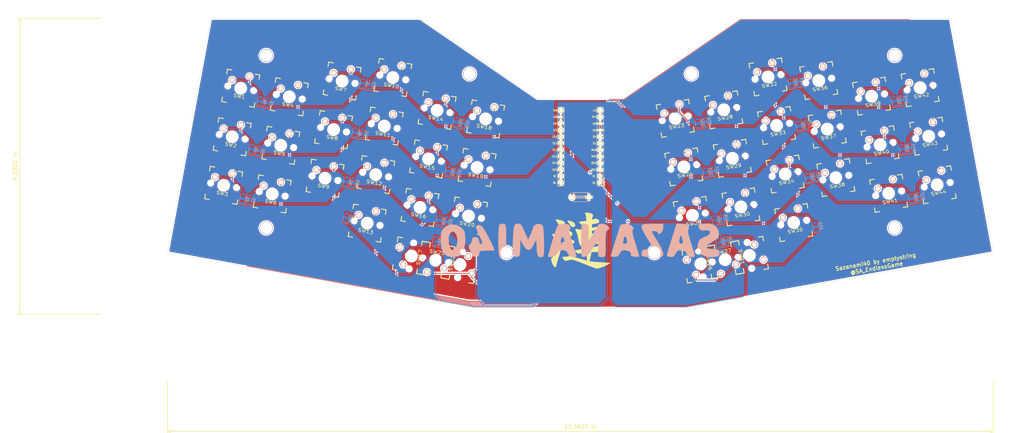
<source format=kicad_pcb>
(kicad_pcb (version 20171130) (host pcbnew "(5.0.1-3-g963ef8bb5)")
  (layers (0 F.Cu signal) (31 B.Cu signal) (34 B.Paste user) (35 F.Paste user) (36 B.SilkS user) (37 F.SilkS user) (38 B.Mask user) (39 F.Mask user) (44 Edge.Cuts user))
  (net 0 "")
  (net 1 "Net-(D1-Pad2)")
  (net 2 row0)
  (net 3 row1)
  (net 4 "Net-(D2-Pad2)")
  (net 5 "Net-(D3-Pad2)")
  (net 6 row2)
  (net 7 "Net-(D4-Pad2)")
  (net 8 "Net-(D5-Pad2)")
  (net 9 "Net-(D6-Pad2)")
  (net 10 "Net-(D7-Pad2)")
  (net 11 "Net-(D8-Pad2)")
  (net 12 "Net-(D9-Pad2)")
  (net 13 "Net-(D10-Pad2)")
  (net 14 "Net-(D11-Pad2)")
  (net 15 "Net-(D12-Pad2)")
  (net 16 row3)
  (net 17 "Net-(D14-Pad2)")
  (net 18 "Net-(D15-Pad2)")
  (net 19 "Net-(D16-Pad2)")
  (net 20 "Net-(D17-Pad2)")
  (net 21 "Net-(D18-Pad2)")
  (net 22 "Net-(D19-Pad2)")
  (net 23 "Net-(D20-Pad2)")
  (net 24 "Net-(D21-Pad2)")
  (net 25 "Net-(D22-Pad2)")
  (net 26 "Net-(D23-Pad2)")
  (net 27 "Net-(D24-Pad2)")
  (net 28 "Net-(D25-Pad2)")
  (net 29 "Net-(D26-Pad2)")
  (net 30 "Net-(D27-Pad2)")
  (net 31 "Net-(D28-Pad2)")
  (net 32 "Net-(D29-Pad2)")
  (net 33 "Net-(D30-Pad2)")
  (net 34 "Net-(D31-Pad2)")
  (net 35 "Net-(D32-Pad2)")
  (net 36 "Net-(D34-Pad2)")
  (net 37 "Net-(D35-Pad2)")
  (net 38 "Net-(D36-Pad2)")
  (net 39 "Net-(D37-Pad2)")
  (net 40 "Net-(D38-Pad2)")
  (net 41 "Net-(D39-Pad2)")
  (net 42 "Net-(D40-Pad2)")
  (net 43 "Net-(D41-Pad2)")
  (net 44 "Net-(D42-Pad2)")
  (net 45 col0)
  (net 46 col1)
  (net 47 col2)
  (net 48 col3)
  (net 49 col4)
  (net 50 col5)
  (net 51 col6)
  (net 52 col7)
  (net 53 col8)
  (net 54 col9)
  (net 55 col10)
  (net 56 col11)
  (net 57 reset)
  (net 58 "Net-(U1-Pad1)")
  (net 59 "Net-(U1-Pad2)")
  (net 60 VCC)
  (net 61 "Net-(U1-Pad24)")
  (net 62 GND)
  (net 63 "Net-(D13-Pad2)")
  (net 64 "Net-(D33-Pad2)")
  (module kbd:HOLE (layer F.Cu) (at 180.975 121.44375)
    (fp_text reference Ref**)
    (fp_text value Val**)
    (pad "" np_thru_hole circle (at 0 0) (size 5 5) (drill 4.8) (layers *.Cu *.Mask))
  )
  (module Diode_SMD:D_SOD-123 (layer B.Cu) (at 81.5 101 80)
    (fp_text reference D6 (at 0 2 80) (layer B.SilkS) (effects (justify mirror)))
    (fp_text value D)
    (pad 1 smd rect (at -1.65 0.000001 80) (size 0.9 1.2) (layers B.Cu B.Paste B.Mask) (net 6 row2))
    (pad 2 smd rect (at 1.65 -0.000001 80) (size 0.9 1.2) (layers B.Cu B.Paste B.Mask) (net 9 "Net-(D6-Pad2)"))
  )
  (module Diode_SMD:D_SOD-123 (layer B.Cu) (at 85.725 63 80)
    (fp_text reference D1 (at 0 2 80) (layer B.SilkS) (effects (justify mirror)))
    (fp_text value D)
    (pad 2 smd rect (at 1.65 -0.000001 80) (size 0.9 1.2) (layers B.Cu B.Paste B.Mask) (net 1 "Net-(D1-Pad2)"))
    (pad 1 smd rect (at -1.65 0.000001 80) (size 0.9 1.2) (layers B.Cu B.Paste B.Mask) (net 2 row0))
  )
  (module Diode_SMD:D_SOD-123 (layer B.Cu) (at 82.5 81.5 80)
    (fp_text reference D2 (at 0 2 80) (layer B.SilkS) (effects (justify mirror)))
    (fp_text value D)
    (pad 1 smd rect (at -1.65 0.000001 80) (size 0.9 1.2) (layers B.Cu B.Paste B.Mask) (net 3 row1))
    (pad 2 smd rect (at 1.65 -0.000001 80) (size 0.9 1.2) (layers B.Cu B.Paste B.Mask) (net 4 "Net-(D2-Pad2)"))
  )
  (module Diode_SMD:D_SOD-123 (layer B.Cu) (at 79 100.5 80)
    (fp_text reference D3 (at 0 2 80) (layer B.SilkS) (effects (justify mirror)))
    (fp_text value D)
    (pad 2 smd rect (at 1.65 -0.000001 80) (size 0.9 1.2) (layers B.Cu B.Paste B.Mask) (net 5 "Net-(D3-Pad2)"))
    (pad 1 smd rect (at -1.65 0.000001 80) (size 0.9 1.2) (layers B.Cu B.Paste B.Mask) (net 6 row2))
  )
  (module Diode_SMD:D_SOD-123 (layer B.Cu) (at 88.5 63.5 80)
    (fp_text reference D4 (at 0 2 80) (layer B.SilkS) (effects (justify mirror)))
    (fp_text value D)
    (pad 1 smd rect (at -1.65 0.000001 80) (size 0.9 1.2) (layers B.Cu B.Paste B.Mask) (net 2 row0))
    (pad 2 smd rect (at 1.65 -0.000001 80) (size 0.9 1.2) (layers B.Cu B.Paste B.Mask) (net 7 "Net-(D4-Pad2)"))
  )
  (module Diode_SMD:D_SOD-123 (layer B.Cu) (at 85 82 80)
    (fp_text reference D5 (at 0 2 80) (layer B.SilkS) (effects (justify mirror)))
    (fp_text value D)
    (pad 2 smd rect (at 1.65 -0.000001 80) (size 0.9 1.2) (layers B.Cu B.Paste B.Mask) (net 8 "Net-(D5-Pad2)"))
    (pad 1 smd rect (at -1.65 0.000001 80) (size 0.9 1.2) (layers B.Cu B.Paste B.Mask) (net 3 row1))
  )
  (module Diode_SMD:D_SOD-123 (layer B.Cu) (at 125.5 56 80)
    (fp_text reference D7 (at 0 2 80) (layer B.SilkS) (effects (justify mirror)))
    (fp_text value D)
    (pad 2 smd rect (at 1.65 -0.000001 80) (size 0.9 1.2) (layers B.Cu B.Paste B.Mask) (net 10 "Net-(D7-Pad2)"))
    (pad 1 smd rect (at -1.65 0.000001 80) (size 0.9 1.2) (layers B.Cu B.Paste B.Mask) (net 2 row0))
  )
  (module Diode_SMD:D_SOD-123 (layer B.Cu) (at 122.5 75 80)
    (fp_text reference D8 (at 0 2 80) (layer B.SilkS) (effects (justify mirror)))
    (fp_text value D)
    (pad 1 smd rect (at -1.65 0.000001 80) (size 0.9 1.2) (layers B.Cu B.Paste B.Mask) (net 3 row1))
    (pad 2 smd rect (at 1.65 -0.000001 80) (size 0.9 1.2) (layers B.Cu B.Paste B.Mask) (net 11 "Net-(D8-Pad2)"))
  )
  (module Diode_SMD:D_SOD-123 (layer B.Cu) (at 119 94 80)
    (fp_text reference D9 (at 0 2 80) (layer B.SilkS) (effects (justify mirror)))
    (fp_text value D)
    (pad 2 smd rect (at 1.65 -0.000001 80) (size 0.9 1.2) (layers B.Cu B.Paste B.Mask) (net 12 "Net-(D9-Pad2)"))
    (pad 1 smd rect (at -1.65 0.000001 80) (size 0.9 1.2) (layers B.Cu B.Paste B.Mask) (net 6 row2))
  )
  (module Diode_SMD:D_SOD-123 (layer B.Cu) (at 128 56.5 80)
    (fp_text reference D10 (at 0 2 80) (layer B.SilkS) (effects (justify mirror)))
    (fp_text value D)
    (pad 1 smd rect (at -1.65 0.000001 80) (size 0.9 1.2) (layers B.Cu B.Paste B.Mask) (net 2 row0))
    (pad 2 smd rect (at 1.65 -0.000001 80) (size 0.9 1.2) (layers B.Cu B.Paste B.Mask) (net 13 "Net-(D10-Pad2)"))
  )
  (module Diode_SMD:D_SOD-123 (layer B.Cu) (at 125 75.5 80)
    (fp_text reference D11 (at 0 2 80) (layer B.SilkS) (effects (justify mirror)))
    (fp_text value D)
    (pad 2 smd rect (at 1.65 -0.000001 80) (size 0.9 1.2) (layers B.Cu B.Paste B.Mask) (net 14 "Net-(D11-Pad2)"))
    (pad 1 smd rect (at -1.65 0.000001 80) (size 0.9 1.2) (layers B.Cu B.Paste B.Mask) (net 3 row1))
  )
  (module Diode_SMD:D_SOD-123 (layer B.Cu) (at 121.5 94.5 80)
    (fp_text reference D12 (at 0 2 80) (layer B.SilkS) (effects (justify mirror)))
    (fp_text value D)
    (pad 1 smd rect (at -1.65 0.000001 80) (size 0.9 1.2) (layers B.Cu B.Paste B.Mask) (net 6 row2))
    (pad 2 smd rect (at 1.65 -0.000001 80) (size 0.9 1.2) (layers B.Cu B.Paste B.Mask) (net 15 "Net-(D12-Pad2)"))
  )
  (module Diode_SMD:D_SOD-123 (layer B.Cu) (at 119 108 80)
    (fp_text reference D13 (at 0 2 80) (layer B.SilkS) (effects (justify mirror)))
    (fp_text value D)
    (pad 1 smd rect (at -1.65 0.000001 80) (size 0.9 1.2) (layers B.Cu B.Paste B.Mask) (net 16 row3))
    (pad 2 smd rect (at 1.65 -0.000001 80) (size 0.9 1.2) (layers B.Cu B.Paste B.Mask) (net 63 "Net-(D13-Pad2)"))
  )
  (module Diode_SMD:D_SOD-123 (layer B.Cu) (at 161.5 71 80)
    (fp_text reference D14 (at 0 2 80) (layer B.SilkS) (effects (justify mirror)))
    (fp_text value D)
    (pad 1 smd rect (at -1.65 0.000001 80) (size 0.9 1.2) (layers B.Cu B.Paste B.Mask) (net 2 row0))
    (pad 2 smd rect (at 1.65 -0.000001 80) (size 0.9 1.2) (layers B.Cu B.Paste B.Mask) (net 17 "Net-(D14-Pad2)"))
  )
  (module Diode_SMD:D_SOD-123 (layer B.Cu) (at 158.5 90 80)
    (fp_text reference D15 (at 0 2 80) (layer B.SilkS) (effects (justify mirror)))
    (fp_text value D)
    (pad 1 smd rect (at -1.65 0.000001 80) (size 0.9 1.2) (layers B.Cu B.Paste B.Mask) (net 3 row1))
    (pad 2 smd rect (at 1.65 -0.000001 80) (size 0.9 1.2) (layers B.Cu B.Paste B.Mask) (net 18 "Net-(D15-Pad2)"))
  )
  (module Diode_SMD:D_SOD-123 (layer B.Cu) (at 155 109 80)
    (fp_text reference D16 (at 0 2 80) (layer B.SilkS) (effects (justify mirror)))
    (fp_text value D)
    (pad 2 smd rect (at 1.65 -0.000001 80) (size 0.9 1.2) (layers B.Cu B.Paste B.Mask) (net 19 "Net-(D16-Pad2)"))
    (pad 1 smd rect (at -1.65 0.000001 80) (size 0.9 1.2) (layers B.Cu B.Paste B.Mask) (net 6 row2))
  )
  (module Diode_SMD:D_SOD-123 (layer B.Cu) (at 153.5 117 80)
    (fp_text reference D17 (at 0 2 80) (layer B.SilkS) (effects (justify mirror)))
    (fp_text value D)
    (pad 2 smd rect (at 1.65 -0.000001 80) (size 0.9 1.2) (layers B.Cu B.Paste B.Mask) (net 20 "Net-(D17-Pad2)"))
    (pad 1 smd rect (at -1.65 0.000001 80) (size 0.9 1.2) (layers B.Cu B.Paste B.Mask) (net 16 row3))
  )
  (module Diode_SMD:D_SOD-123 (layer B.Cu) (at 164 71.5 80)
    (fp_text reference D18 (at 0 2 80) (layer B.SilkS) (effects (justify mirror)))
    (fp_text value D)
    (pad 1 smd rect (at -1.65 0.000001 80) (size 0.9 1.2) (layers B.Cu B.Paste B.Mask) (net 2 row0))
    (pad 2 smd rect (at 1.65 -0.000001 80) (size 0.9 1.2) (layers B.Cu B.Paste B.Mask) (net 21 "Net-(D18-Pad2)"))
  )
  (module Diode_SMD:D_SOD-123 (layer B.Cu) (at 161 90.5 80)
    (fp_text reference D19 (at 0 2 80) (layer B.SilkS) (effects (justify mirror)))
    (fp_text value D)
    (pad 2 smd rect (at 1.65 -0.000001 80) (size 0.9 1.2) (layers B.Cu B.Paste B.Mask) (net 22 "Net-(D19-Pad2)"))
    (pad 1 smd rect (at -1.65 0.000001 80) (size 0.9 1.2) (layers B.Cu B.Paste B.Mask) (net 3 row1))
  )
  (module Diode_SMD:D_SOD-123 (layer B.Cu) (at 157.5 109.5 80)
    (fp_text reference D20 (at 0 2 80) (layer B.SilkS) (effects (justify mirror)))
    (fp_text value D)
    (pad 1 smd rect (at -1.65 0.000001 80) (size 0.9 1.2) (layers B.Cu B.Paste B.Mask) (net 6 row2))
    (pad 2 smd rect (at 1.65 -0.000001 80) (size 0.9 1.2) (layers B.Cu B.Paste B.Mask) (net 23 "Net-(D20-Pad2)"))
  )
  (module Diode_SMD:D_SOD-123 (layer B.Cu) (at 156 117.5 80)
    (fp_text reference D21 (at 0 2 80) (layer B.SilkS) (effects (justify mirror)))
    (fp_text value D)
    (pad 2 smd rect (at 1.65 -0.000001 80) (size 0.9 1.2) (layers B.Cu B.Paste B.Mask) (net 24 "Net-(D21-Pad2)"))
    (pad 1 smd rect (at -1.65 0.000001 80) (size 0.9 1.2) (layers B.Cu B.Paste B.Mask) (net 16 row3))
  )
  (module Diode_SMD:D_SOD-123 (layer B.Cu) (at 255 71.5 100)
    (fp_text reference D22 (at 0 2 100) (layer B.SilkS) (effects (justify mirror)))
    (fp_text value D)
    (pad 2 smd rect (at 1.65 0.000001 100) (size 0.9 1.2) (layers B.Cu B.Paste B.Mask) (net 25 "Net-(D22-Pad2)"))
    (pad 1 smd rect (at -1.65 -0.000001 100) (size 0.9 1.2) (layers B.Cu B.Paste B.Mask) (net 2 row0))
  )
  (module Diode_SMD:D_SOD-123 (layer B.Cu) (at 258 90.5 100)
    (fp_text reference D23 (at 0 2 100) (layer B.SilkS) (effects (justify mirror)))
    (fp_text value D)
    (pad 2 smd rect (at 1.65 0.000001 100) (size 0.9 1.2) (layers B.Cu B.Paste B.Mask) (net 26 "Net-(D23-Pad2)"))
    (pad 1 smd rect (at -1.65 -0.000001 100) (size 0.9 1.2) (layers B.Cu B.Paste B.Mask) (net 3 row1))
  )
  (module Diode_SMD:D_SOD-123 (layer B.Cu) (at 261.5 109 100)
    (fp_text reference D24 (at 0 2 100) (layer B.SilkS) (effects (justify mirror)))
    (fp_text value D)
    (pad 1 smd rect (at -1.65 -0.000001 100) (size 0.9 1.2) (layers B.Cu B.Paste B.Mask) (net 6 row2))
    (pad 2 smd rect (at 1.65 0.000001 100) (size 0.9 1.2) (layers B.Cu B.Paste B.Mask) (net 27 "Net-(D24-Pad2)"))
  )
  (module Diode_SMD:D_SOD-123 (layer B.Cu) (at 263 117.5 100)
    (fp_text reference D25 (at 0 2 100) (layer B.SilkS) (effects (justify mirror)))
    (fp_text value D)
    (pad 1 smd rect (at -1.65 -0.000001 100) (size 0.9 1.2) (layers B.Cu B.Paste B.Mask) (net 16 row3))
    (pad 2 smd rect (at 1.65 0.000001 100) (size 0.9 1.2) (layers B.Cu B.Paste B.Mask) (net 28 "Net-(D25-Pad2)"))
  )
  (module Diode_SMD:D_SOD-123 (layer B.Cu) (at 257.5 71 100)
    (fp_text reference D26 (at 0 2 100) (layer B.SilkS) (effects (justify mirror)))
    (fp_text value D)
    (pad 1 smd rect (at -1.65 -0.000001 100) (size 0.9 1.2) (layers B.Cu B.Paste B.Mask) (net 2 row0))
    (pad 2 smd rect (at 1.65 0.000001 100) (size 0.9 1.2) (layers B.Cu B.Paste B.Mask) (net 29 "Net-(D26-Pad2)"))
  )
  (module Diode_SMD:D_SOD-123 (layer B.Cu) (at 260.5 90 100)
    (fp_text reference D27 (at 0 2 100) (layer B.SilkS) (effects (justify mirror)))
    (fp_text value D)
    (pad 2 smd rect (at 1.65 0.000001 100) (size 0.9 1.2) (layers B.Cu B.Paste B.Mask) (net 30 "Net-(D27-Pad2)"))
    (pad 1 smd rect (at -1.65 -0.000001 100) (size 0.9 1.2) (layers B.Cu B.Paste B.Mask) (net 3 row1))
  )
  (module Diode_SMD:D_SOD-123 (layer B.Cu) (at 264 108.5 100)
    (fp_text reference D28 (at 0 2 100) (layer B.SilkS) (effects (justify mirror)))
    (fp_text value D)
    (pad 2 smd rect (at 1.65 0.000001 100) (size 0.9 1.2) (layers B.Cu B.Paste B.Mask) (net 31 "Net-(D28-Pad2)"))
    (pad 1 smd rect (at -1.65 -0.000001 100) (size 0.9 1.2) (layers B.Cu B.Paste B.Mask) (net 6 row2))
  )
  (module Diode_SMD:D_SOD-123 (layer B.Cu) (at 265.5 117 100)
    (fp_text reference D29 (at 0 2 100) (layer B.SilkS) (effects (justify mirror)))
    (fp_text value D)
    (pad 1 smd rect (at -1.65 -0.000001 100) (size 0.9 1.2) (layers B.Cu B.Paste B.Mask) (net 16 row3))
    (pad 2 smd rect (at 1.65 0.000001 100) (size 0.9 1.2) (layers B.Cu B.Paste B.Mask) (net 32 "Net-(D29-Pad2)"))
  )
  (module Diode_SMD:D_SOD-123 (layer B.Cu) (at 291 56 100)
    (fp_text reference D30 (at 0 2 100) (layer B.SilkS) (effects (justify mirror)))
    (fp_text value D)
    (pad 2 smd rect (at 1.65 0.000001 100) (size 0.9 1.2) (layers B.Cu B.Paste B.Mask) (net 33 "Net-(D30-Pad2)"))
    (pad 1 smd rect (at -1.65 -0.000001 100) (size 0.9 1.2) (layers B.Cu B.Paste B.Mask) (net 2 row0))
  )
  (module Diode_SMD:D_SOD-123 (layer B.Cu) (at 294 72.5 100)
    (fp_text reference D31 (at 0 2 100) (layer B.SilkS) (effects (justify mirror)))
    (fp_text value D)
    (pad 2 smd rect (at 1.65 0.000001 100) (size 0.9 1.2) (layers B.Cu B.Paste B.Mask) (net 34 "Net-(D31-Pad2)"))
    (pad 1 smd rect (at -1.65 -0.000001 100) (size 0.9 1.2) (layers B.Cu B.Paste B.Mask) (net 3 row1))
  )
  (module Diode_SMD:D_SOD-123 (layer B.Cu) (at 297.5 92.5 100)
    (fp_text reference D32 (at 0 2 100) (layer B.SilkS) (effects (justify mirror)))
    (fp_text value D)
    (pad 1 smd rect (at -1.65 -0.000001 100) (size 0.9 1.2) (layers B.Cu B.Paste B.Mask) (net 6 row2))
    (pad 2 smd rect (at 1.65 0.000001 100) (size 0.9 1.2) (layers B.Cu B.Paste B.Mask) (net 35 "Net-(D32-Pad2)"))
  )
  (module Diode_SMD:D_SOD-123 (layer B.Cu) (at 300.5 111.5 100)
    (fp_text reference D33 (at 0 2 100) (layer B.SilkS) (effects (justify mirror)))
    (fp_text value D)
    (pad 2 smd rect (at 1.65 0.000001 100) (size 0.9 1.2) (layers B.Cu B.Paste B.Mask) (net 64 "Net-(D33-Pad2)"))
    (pad 1 smd rect (at -1.65 -0.000001 100) (size 0.9 1.2) (layers B.Cu B.Paste B.Mask) (net 16 row3))
  )
  (module Diode_SMD:D_SOD-123 (layer B.Cu) (at 293.5 55.5 100)
    (fp_text reference D34 (at 0 2 100) (layer B.SilkS) (effects (justify mirror)))
    (fp_text value D)
    (pad 2 smd rect (at 1.65 0.000001 100) (size 0.9 1.2) (layers B.Cu B.Paste B.Mask) (net 36 "Net-(D34-Pad2)"))
    (pad 1 smd rect (at -1.65 -0.000001 100) (size 0.9 1.2) (layers B.Cu B.Paste B.Mask) (net 2 row0))
  )
  (module Diode_SMD:D_SOD-123 (layer B.Cu) (at 296.5 72 100)
    (fp_text reference D35 (at 0 2 100) (layer B.SilkS) (effects (justify mirror)))
    (fp_text value D)
    (pad 1 smd rect (at -1.65 -0.000001 100) (size 0.9 1.2) (layers B.Cu B.Paste B.Mask) (net 3 row1))
    (pad 2 smd rect (at 1.65 0.000001 100) (size 0.9 1.2) (layers B.Cu B.Paste B.Mask) (net 37 "Net-(D35-Pad2)"))
  )
  (module Diode_SMD:D_SOD-123 (layer B.Cu) (at 300 92 100)
    (fp_text reference D36 (at 0 2 100) (layer B.SilkS) (effects (justify mirror)))
    (fp_text value D)
    (pad 2 smd rect (at 1.65 0.000001 100) (size 0.9 1.2) (layers B.Cu B.Paste B.Mask) (net 38 "Net-(D36-Pad2)"))
    (pad 1 smd rect (at -1.65 -0.000001 100) (size 0.9 1.2) (layers B.Cu B.Paste B.Mask) (net 6 row2))
  )
  (module Diode_SMD:D_SOD-123 (layer B.Cu) (at 331 63 100)
    (fp_text reference D37 (at 0 2 100) (layer B.SilkS) (effects (justify mirror)))
    (fp_text value D)
    (pad 1 smd rect (at -1.65 -0.000001 100) (size 0.9 1.2) (layers B.Cu B.Paste B.Mask) (net 2 row0))
    (pad 2 smd rect (at 1.65 0.000001 100) (size 0.9 1.2) (layers B.Cu B.Paste B.Mask) (net 39 "Net-(D37-Pad2)"))
  )
  (module Diode_SMD:D_SOD-123 (layer B.Cu) (at 334 81.5 100)
    (fp_text reference D38 (at 0 2 100) (layer B.SilkS) (effects (justify mirror)))
    (fp_text value D)
    (pad 1 smd rect (at -1.65 -0.000001 100) (size 0.9 1.2) (layers B.Cu B.Paste B.Mask) (net 3 row1))
    (pad 2 smd rect (at 1.65 0.000001 100) (size 0.9 1.2) (layers B.Cu B.Paste B.Mask) (net 40 "Net-(D38-Pad2)"))
  )
  (module Diode_SMD:D_SOD-123 (layer B.Cu) (at 337.5 100.5 100)
    (fp_text reference D39 (at 0 2 100) (layer B.SilkS) (effects (justify mirror)))
    (fp_text value D)
    (pad 1 smd rect (at -1.65 -0.000001 100) (size 0.9 1.2) (layers B.Cu B.Paste B.Mask) (net 6 row2))
    (pad 2 smd rect (at 1.65 0.000001 100) (size 0.9 1.2) (layers B.Cu B.Paste B.Mask) (net 41 "Net-(D39-Pad2)"))
  )
  (module Diode_SMD:D_SOD-123 (layer B.Cu) (at 333.5 62.5 100)
    (fp_text reference D40 (at 0 2 100) (layer B.SilkS) (effects (justify mirror)))
    (fp_text value D)
    (pad 2 smd rect (at 1.65 0.000001 100) (size 0.9 1.2) (layers B.Cu B.Paste B.Mask) (net 42 "Net-(D40-Pad2)"))
    (pad 1 smd rect (at -1.65 -0.000001 100) (size 0.9 1.2) (layers B.Cu B.Paste B.Mask) (net 2 row0))
  )
  (module Diode_SMD:D_SOD-123 (layer B.Cu) (at 336.5 81 100)
    (fp_text reference D41 (at 0 2 100) (layer B.SilkS) (effects (justify mirror)))
    (fp_text value D)
    (pad 1 smd rect (at -1.65 -0.000001 100) (size 0.9 1.2) (layers B.Cu B.Paste B.Mask) (net 3 row1))
    (pad 2 smd rect (at 1.65 0.000001 100) (size 0.9 1.2) (layers B.Cu B.Paste B.Mask) (net 43 "Net-(D41-Pad2)"))
  )
  (module Diode_SMD:D_SOD-123 (layer B.Cu) (at 340 100 100)
    (fp_text reference D42 (at 0 2 100) (layer B.SilkS) (effects (justify mirror)))
    (fp_text value D)
    (pad 2 smd rect (at 1.65 0.000001 100) (size 0.9 1.2) (layers B.Cu B.Paste B.Mask) (net 44 "Net-(D42-Pad2)"))
    (pad 1 smd rect (at -1.65 -0.000001 100) (size 0.9 1.2) (layers B.Cu B.Paste B.Mask) (net 6 row2))
  )
  (module Keebio-Parts:MX_PCB_100H (layer F.Cu) (at 78.271372 57.921605 350)
    (fp_text reference SW1 (at 0 3.175 350) (layer F.SilkS) (effects (font (size 1.27 1.524) (thickness 0.2032))))
    (fp_text value SW_PUSH hide)
    (pad HOLE np_thru_hole circle (at 5.08 0 350) (size 1.8 1.8) (drill 1.8) (layers *.Cu))
    (pad HOLE np_thru_hole circle (at -5.08 0 350) (size 1.8 1.8) (drill 1.8) (layers *.Cu))
    (pad HOLE np_thru_hole circle (at 0 0 350) (size 3.9878 3.9878) (drill 3.9878) (layers *.Cu))
    (pad 2 thru_hole circle (at -3.81 -2.54 350) (size 2.286 2.286) (drill 1.4986) (layers *.Cu *.SilkS *.Mask) (net 1 "Net-(D1-Pad2)"))
    (pad 1 thru_hole circle (at 2.54 -5.08 350) (size 2.286 2.286) (drill 1.4986) (layers *.Cu *.SilkS *.Mask) (net 45 col0))
  )
  (module Keebio-Parts:MX_PCB_100H (layer F.Cu) (at 74.963374 76.682193 350)
    (fp_text reference SW2 (at 0 3.175 350) (layer F.SilkS) (effects (font (size 1.27 1.524) (thickness 0.2032))))
    (fp_text value SW_PUSH hide)
    (pad HOLE np_thru_hole circle (at 5.08 0 350) (size 1.8 1.8) (drill 1.8) (layers *.Cu))
    (pad HOLE np_thru_hole circle (at -5.08 0 350) (size 1.8 1.8) (drill 1.8) (layers *.Cu))
    (pad HOLE np_thru_hole circle (at 0 0 350) (size 3.9878 3.9878) (drill 3.9878) (layers *.Cu))
    (pad 2 thru_hole circle (at -3.81 -2.54 350) (size 2.286 2.286) (drill 1.4986) (layers *.Cu *.SilkS *.Mask) (net 4 "Net-(D2-Pad2)"))
    (pad 1 thru_hole circle (at 2.54 -5.08 350) (size 2.286 2.286) (drill 1.4986) (layers *.Cu *.SilkS *.Mask) (net 45 col0))
  )
  (module Keebio-Parts:MX_PCB_100H (layer F.Cu) (at 71.655376 95.442781 350)
    (fp_text reference SW3 (at 0 3.175 350) (layer F.SilkS) (effects (font (size 1.27 1.524) (thickness 0.2032))))
    (fp_text value SW_PUSH hide)
    (pad 1 thru_hole circle (at 2.54 -5.08 350) (size 2.286 2.286) (drill 1.4986) (layers *.Cu *.SilkS *.Mask) (net 45 col0))
    (pad 2 thru_hole circle (at -3.81 -2.54 350) (size 2.286 2.286) (drill 1.4986) (layers *.Cu *.SilkS *.Mask) (net 5 "Net-(D3-Pad2)"))
    (pad HOLE np_thru_hole circle (at 0 0 350) (size 3.9878 3.9878) (drill 3.9878) (layers *.Cu))
    (pad HOLE np_thru_hole circle (at -5.08 0 350) (size 1.8 1.8) (drill 1.8) (layers *.Cu))
    (pad HOLE np_thru_hole circle (at 5.08 0 350) (size 1.8 1.8) (drill 1.8) (layers *.Cu))
  )
  (module Keebio-Parts:MX_PCB_100H (layer F.Cu) (at 97.03196 61.229603 350)
    (fp_text reference SW4 (at 0 3.175 350) (layer F.SilkS) (effects (font (size 1.27 1.524) (thickness 0.2032))))
    (fp_text value SW_PUSH hide)
    (pad 1 thru_hole circle (at 2.54 -5.08 350) (size 2.286 2.286) (drill 1.4986) (layers *.Cu *.SilkS *.Mask) (net 46 col1))
    (pad 2 thru_hole circle (at -3.81 -2.54 350) (size 2.286 2.286) (drill 1.4986) (layers *.Cu *.SilkS *.Mask) (net 7 "Net-(D4-Pad2)"))
    (pad HOLE np_thru_hole circle (at 0 0 350) (size 3.9878 3.9878) (drill 3.9878) (layers *.Cu))
    (pad HOLE np_thru_hole circle (at -5.08 0 350) (size 1.8 1.8) (drill 1.8) (layers *.Cu))
    (pad HOLE np_thru_hole circle (at 5.08 0 350) (size 1.8 1.8) (drill 1.8) (layers *.Cu))
  )
  (module Keebio-Parts:MX_PCB_100H (layer F.Cu) (at 93.723962 79.990191 350)
    (fp_text reference SW5 (at 0 3.175 350) (layer F.SilkS) (effects (font (size 1.27 1.524) (thickness 0.2032))))
    (fp_text value SW_PUSH hide)
    (pad 1 thru_hole circle (at 2.54 -5.08 350) (size 2.286 2.286) (drill 1.4986) (layers *.Cu *.SilkS *.Mask) (net 46 col1))
    (pad 2 thru_hole circle (at -3.81 -2.54 350) (size 2.286 2.286) (drill 1.4986) (layers *.Cu *.SilkS *.Mask) (net 8 "Net-(D5-Pad2)"))
    (pad HOLE np_thru_hole circle (at 0 0 350) (size 3.9878 3.9878) (drill 3.9878) (layers *.Cu))
    (pad HOLE np_thru_hole circle (at -5.08 0 350) (size 1.8 1.8) (drill 1.8) (layers *.Cu))
    (pad HOLE np_thru_hole circle (at 5.08 0 350) (size 1.8 1.8) (drill 1.8) (layers *.Cu))
  )
  (module Keebio-Parts:MX_PCB_100H (layer F.Cu) (at 90.415964 98.750778 350)
    (fp_text reference SW6 (at 0 3.175 350) (layer F.SilkS) (effects (font (size 1.27 1.524) (thickness 0.2032))))
    (fp_text value SW_PUSH hide)
    (pad 1 thru_hole circle (at 2.54 -5.08 350) (size 2.286 2.286) (drill 1.4986) (layers *.Cu *.SilkS *.Mask) (net 46 col1))
    (pad 2 thru_hole circle (at -3.81 -2.54 350) (size 2.286 2.286) (drill 1.4986) (layers *.Cu *.SilkS *.Mask) (net 9 "Net-(D6-Pad2)"))
    (pad HOLE np_thru_hole circle (at 0 0 350) (size 3.9878 3.9878) (drill 3.9878) (layers *.Cu))
    (pad HOLE np_thru_hole circle (at -5.08 0 350) (size 1.8 1.8) (drill 1.8) (layers *.Cu))
    (pad HOLE np_thru_hole circle (at 5.08 0 350) (size 1.8 1.8) (drill 1.8) (layers *.Cu))
  )
  (module Keebio-Parts:MX_PCB_100H (layer F.Cu) (at 117.446546 55.157307 350)
    (fp_text reference SW7 (at 0 3.175 350) (layer F.SilkS) (effects (font (size 1.27 1.524) (thickness 0.2032))))
    (fp_text value SW_PUSH hide)
    (pad HOLE np_thru_hole circle (at 5.08 0 350) (size 1.8 1.8) (drill 1.8) (layers *.Cu))
    (pad HOLE np_thru_hole circle (at -5.08 0 350) (size 1.8 1.8) (drill 1.8) (layers *.Cu))
    (pad HOLE np_thru_hole circle (at 0 0 350) (size 3.9878 3.9878) (drill 3.9878) (layers *.Cu))
    (pad 2 thru_hole circle (at -3.81 -2.54 350) (size 2.286 2.286) (drill 1.4986) (layers *.Cu *.SilkS *.Mask) (net 10 "Net-(D7-Pad2)"))
    (pad 1 thru_hole circle (at 2.54 -5.08 350) (size 2.286 2.286) (drill 1.4986) (layers *.Cu *.SilkS *.Mask) (net 47 col2))
  )
  (module Keebio-Parts:MX_PCB_100H (layer F.Cu) (at 114.138548 73.917895 350)
    (fp_text reference SW8 (at 0 3.175 350) (layer F.SilkS) (effects (font (size 1.27 1.524) (thickness 0.2032))))
    (fp_text value SW_PUSH hide)
    (pad HOLE np_thru_hole circle (at 5.08 0 350) (size 1.8 1.8) (drill 1.8) (layers *.Cu))
    (pad HOLE np_thru_hole circle (at -5.08 0 350) (size 1.8 1.8) (drill 1.8) (layers *.Cu))
    (pad HOLE np_thru_hole circle (at 0 0 350) (size 3.9878 3.9878) (drill 3.9878) (layers *.Cu))
    (pad 2 thru_hole circle (at -3.81 -2.54 350) (size 2.286 2.286) (drill 1.4986) (layers *.Cu *.SilkS *.Mask) (net 11 "Net-(D8-Pad2)"))
    (pad 1 thru_hole circle (at 2.54 -5.08 350) (size 2.286 2.286) (drill 1.4986) (layers *.Cu *.SilkS *.Mask) (net 47 col2))
  )
  (module Keebio-Parts:MX_PCB_100H (layer F.Cu) (at 110.830551 92.678482 350)
    (fp_text reference SW9 (at 0 3.175 350) (layer F.SilkS) (effects (font (size 1.27 1.524) (thickness 0.2032))))
    (fp_text value SW_PUSH hide)
    (pad HOLE np_thru_hole circle (at 5.08 0 350) (size 1.8 1.8) (drill 1.8) (layers *.Cu))
    (pad HOLE np_thru_hole circle (at -5.08 0 350) (size 1.8 1.8) (drill 1.8) (layers *.Cu))
    (pad HOLE np_thru_hole circle (at 0 0 350) (size 3.9878 3.9878) (drill 3.9878) (layers *.Cu))
    (pad 2 thru_hole circle (at -3.81 -2.54 350) (size 2.286 2.286) (drill 1.4986) (layers *.Cu *.SilkS *.Mask) (net 12 "Net-(D9-Pad2)"))
    (pad 1 thru_hole circle (at 2.54 -5.08 350) (size 2.286 2.286) (drill 1.4986) (layers *.Cu *.SilkS *.Mask) (net 47 col2))
  )
  (module Keebio-Parts:MX_PCB_100H (layer F.Cu) (at 137.034133 53.775158 350)
    (fp_text reference SW10 (at 0 3.175 350) (layer F.SilkS) (effects (font (size 1.27 1.524) (thickness 0.2032))))
    (fp_text value SW_PUSH hide)
    (pad 1 thru_hole circle (at 2.54 -5.08 350) (size 2.286 2.286) (drill 1.4986) (layers *.Cu *.SilkS *.Mask) (net 48 col3))
    (pad 2 thru_hole circle (at -3.81 -2.54 350) (size 2.286 2.286) (drill 1.4986) (layers *.Cu *.SilkS *.Mask) (net 13 "Net-(D10-Pad2)"))
    (pad HOLE np_thru_hole circle (at 0 0 350) (size 3.9878 3.9878) (drill 3.9878) (layers *.Cu))
    (pad HOLE np_thru_hole circle (at -5.08 0 350) (size 1.8 1.8) (drill 1.8) (layers *.Cu))
    (pad HOLE np_thru_hole circle (at 5.08 0 350) (size 1.8 1.8) (drill 1.8) (layers *.Cu))
  )
  (module Keebio-Parts:MX_PCB_100H (layer F.Cu) (at 133.726135 72.535745 350)
    (fp_text reference SW11 (at 0 3.175 350) (layer F.SilkS) (effects (font (size 1.27 1.524) (thickness 0.2032))))
    (fp_text value SW_PUSH hide)
    (pad 1 thru_hole circle (at 2.54 -5.08 350) (size 2.286 2.286) (drill 1.4986) (layers *.Cu *.SilkS *.Mask) (net 48 col3))
    (pad 2 thru_hole circle (at -3.81 -2.54 350) (size 2.286 2.286) (drill 1.4986) (layers *.Cu *.SilkS *.Mask) (net 14 "Net-(D11-Pad2)"))
    (pad HOLE np_thru_hole circle (at 0 0 350) (size 3.9878 3.9878) (drill 3.9878) (layers *.Cu))
    (pad HOLE np_thru_hole circle (at -5.08 0 350) (size 1.8 1.8) (drill 1.8) (layers *.Cu))
    (pad HOLE np_thru_hole circle (at 5.08 0 350) (size 1.8 1.8) (drill 1.8) (layers *.Cu))
  )
  (module Keebio-Parts:MX_PCB_100H (layer F.Cu) (at 130.418138 91.296333 350)
    (fp_text reference SW12 (at 0 3.175 350) (layer F.SilkS) (effects (font (size 1.27 1.524) (thickness 0.2032))))
    (fp_text value SW_PUSH hide)
    (pad 1 thru_hole circle (at 2.54 -5.08 350) (size 2.286 2.286) (drill 1.4986) (layers *.Cu *.SilkS *.Mask) (net 48 col3))
    (pad 2 thru_hole circle (at -3.81 -2.54 350) (size 2.286 2.286) (drill 1.4986) (layers *.Cu *.SilkS *.Mask) (net 15 "Net-(D12-Pad2)"))
    (pad HOLE np_thru_hole circle (at 0 0 350) (size 3.9878 3.9878) (drill 3.9878) (layers *.Cu))
    (pad HOLE np_thru_hole circle (at -5.08 0 350) (size 1.8 1.8) (drill 1.8) (layers *.Cu))
    (pad HOLE np_thru_hole circle (at 5.08 0 350) (size 1.8 1.8) (drill 1.8) (layers *.Cu))
  )
  (module Keebio-Parts:MX_PCB_100H (layer F.Cu) (at 127.11014 110.056921 350)
    (fp_text reference SW13 (at 0 3.175 350) (layer F.SilkS) (effects (font (size 1.27 1.524) (thickness 0.2032))))
    (fp_text value SW_PUSH hide)
    (pad HOLE np_thru_hole circle (at 5.08 0 350) (size 1.8 1.8) (drill 1.8) (layers *.Cu))
    (pad HOLE np_thru_hole circle (at -5.08 0 350) (size 1.8 1.8) (drill 1.8) (layers *.Cu))
    (pad HOLE np_thru_hole circle (at 0 0 350) (size 3.9878 3.9878) (drill 3.9878) (layers *.Cu))
    (pad 2 thru_hole circle (at -3.81 -2.54 350) (size 2.286 2.286) (drill 1.4986) (layers *.Cu *.SilkS *.Mask) (net 63 "Net-(D13-Pad2)"))
    (pad 1 thru_hole circle (at 2.54 -5.08 350) (size 2.286 2.286) (drill 1.4986) (layers *.Cu *.SilkS *.Mask) (net 48 col3))
  )
  (module Keebio-Parts:MX_PCB_100H (layer F.Cu) (at 154.140722 66.463449 350)
    (fp_text reference SW14 (at 0 3.175 350) (layer F.SilkS) (effects (font (size 1.27 1.524) (thickness 0.2032))))
    (fp_text value SW_PUSH hide)
    (pad HOLE np_thru_hole circle (at 5.08 0 350) (size 1.8 1.8) (drill 1.8) (layers *.Cu))
    (pad HOLE np_thru_hole circle (at -5.08 0 350) (size 1.8 1.8) (drill 1.8) (layers *.Cu))
    (pad HOLE np_thru_hole circle (at 0 0 350) (size 3.9878 3.9878) (drill 3.9878) (layers *.Cu))
    (pad 2 thru_hole circle (at -3.81 -2.54 350) (size 2.286 2.286) (drill 1.4986) (layers *.Cu *.SilkS *.Mask) (net 17 "Net-(D14-Pad2)"))
    (pad 1 thru_hole circle (at 2.54 -5.08 350) (size 2.286 2.286) (drill 1.4986) (layers *.Cu *.SilkS *.Mask) (net 49 col4))
  )
  (module Keebio-Parts:MX_PCB_100H (layer F.Cu) (at 150.832724 85.224037 350)
    (fp_text reference SW15 (at 0 3.175 350) (layer F.SilkS) (effects (font (size 1.27 1.524) (thickness 0.2032))))
    (fp_text value SW_PUSH hide)
    (pad HOLE np_thru_hole circle (at 5.08 0 350) (size 1.8 1.8) (drill 1.8) (layers *.Cu))
    (pad HOLE np_thru_hole circle (at -5.08 0 350) (size 1.8 1.8) (drill 1.8) (layers *.Cu))
    (pad HOLE np_thru_hole circle (at 0 0 350) (size 3.9878 3.9878) (drill 3.9878) (layers *.Cu))
    (pad 2 thru_hole circle (at -3.81 -2.54 350) (size 2.286 2.286) (drill 1.4986) (layers *.Cu *.SilkS *.Mask) (net 18 "Net-(D15-Pad2)"))
    (pad 1 thru_hole circle (at 2.54 -5.08 350) (size 2.286 2.286) (drill 1.4986) (layers *.Cu *.SilkS *.Mask) (net 49 col4))
  )
  (module Keebio-Parts:MX_PCB_100H (layer F.Cu) (at 147.524727 103.984625 350)
    (fp_text reference SW16 (at 0 3.175 350) (layer F.SilkS) (effects (font (size 1.27 1.524) (thickness 0.2032))))
    (fp_text value SW_PUSH hide)
    (pad HOLE np_thru_hole circle (at 5.08 0 350) (size 1.8 1.8) (drill 1.8) (layers *.Cu))
    (pad HOLE np_thru_hole circle (at -5.08 0 350) (size 1.8 1.8) (drill 1.8) (layers *.Cu))
    (pad HOLE np_thru_hole circle (at 0 0 350) (size 3.9878 3.9878) (drill 3.9878) (layers *.Cu))
    (pad 2 thru_hole circle (at -3.81 -2.54 350) (size 2.286 2.286) (drill 1.4986) (layers *.Cu *.SilkS *.Mask) (net 19 "Net-(D16-Pad2)"))
    (pad 1 thru_hole circle (at 2.54 -5.08 350) (size 2.286 2.286) (drill 1.4986) (layers *.Cu *.SilkS *.Mask) (net 49 col4))
  )
  (module Keebio-Parts:MX_PCB_100H (layer F.Cu) (at 144.216729 122.745212 80)
    (fp_text reference SW17 (at 0 3.175 80) (layer F.SilkS) (effects (font (size 1.27 1.524) (thickness 0.2032))))
    (fp_text value SW_PUSH hide)
    (pad HOLE np_thru_hole circle (at 5.08 0 80) (size 1.8 1.8) (drill 1.8) (layers *.Cu))
    (pad HOLE np_thru_hole circle (at -5.08 0 80) (size 1.8 1.8) (drill 1.8) (layers *.Cu))
    (pad HOLE np_thru_hole circle (at 0 0 80) (size 3.9878 3.9878) (drill 3.9878) (layers *.Cu))
    (pad 2 thru_hole circle (at -3.81 -2.54 80) (size 2.286 2.286) (drill 1.4986) (layers *.Cu *.SilkS *.Mask) (net 20 "Net-(D17-Pad2)"))
    (pad 1 thru_hole circle (at 2.54 -5.08 80) (size 2.286 2.286) (drill 1.4986) (layers *.Cu *.SilkS *.Mask) (net 49 col4))
  )
  (module Keebio-Parts:MX_PCB_100H (layer F.Cu) (at 172.90131 69.771447 350)
    (fp_text reference SW18 (at 0 3.175 350) (layer F.SilkS) (effects (font (size 1.27 1.524) (thickness 0.2032))))
    (fp_text value SW_PUSH hide)
    (pad 1 thru_hole circle (at 2.54 -5.08 350) (size 2.286 2.286) (drill 1.4986) (layers *.Cu *.SilkS *.Mask) (net 50 col5))
    (pad 2 thru_hole circle (at -3.81 -2.54 350) (size 2.286 2.286) (drill 1.4986) (layers *.Cu *.SilkS *.Mask) (net 21 "Net-(D18-Pad2)"))
    (pad HOLE np_thru_hole circle (at 0 0 350) (size 3.9878 3.9878) (drill 3.9878) (layers *.Cu))
    (pad HOLE np_thru_hole circle (at -5.08 0 350) (size 1.8 1.8) (drill 1.8) (layers *.Cu))
    (pad HOLE np_thru_hole circle (at 5.08 0 350) (size 1.8 1.8) (drill 1.8) (layers *.Cu))
  )
  (module Keebio-Parts:MX_PCB_100H (layer F.Cu) (at 169.593312 88.532035 350)
    (fp_text reference SW19 (at 0 3.175 350) (layer F.SilkS) (effects (font (size 1.27 1.524) (thickness 0.2032))))
    (fp_text value SW_PUSH hide)
    (pad HOLE np_thru_hole circle (at 5.08 0 350) (size 1.8 1.8) (drill 1.8) (layers *.Cu))
    (pad HOLE np_thru_hole circle (at -5.08 0 350) (size 1.8 1.8) (drill 1.8) (layers *.Cu))
    (pad HOLE np_thru_hole circle (at 0 0 350) (size 3.9878 3.9878) (drill 3.9878) (layers *.Cu))
    (pad 2 thru_hole circle (at -3.81 -2.54 350) (size 2.286 2.286) (drill 1.4986) (layers *.Cu *.SilkS *.Mask) (net 22 "Net-(D19-Pad2)"))
    (pad 1 thru_hole circle (at 2.54 -5.08 350) (size 2.286 2.286) (drill 1.4986) (layers *.Cu *.SilkS *.Mask) (net 50 col5))
  )
  (module Keebio-Parts:MX_PCB_100H (layer F.Cu) (at 166.285314 107.292623 350)
    (fp_text reference SW20 (at 0 3.175 350) (layer F.SilkS) (effects (font (size 1.27 1.524) (thickness 0.2032))))
    (fp_text value SW_PUSH hide)
    (pad 1 thru_hole circle (at 2.54 -5.08 350) (size 2.286 2.286) (drill 1.4986) (layers *.Cu *.SilkS *.Mask) (net 50 col5))
    (pad 2 thru_hole circle (at -3.81 -2.54 350) (size 2.286 2.286) (drill 1.4986) (layers *.Cu *.SilkS *.Mask) (net 23 "Net-(D20-Pad2)"))
    (pad HOLE np_thru_hole circle (at 0 0 350) (size 3.9878 3.9878) (drill 3.9878) (layers *.Cu))
    (pad HOLE np_thru_hole circle (at -5.08 0 350) (size 1.8 1.8) (drill 1.8) (layers *.Cu))
    (pad HOLE np_thru_hole circle (at 5.08 0 350) (size 1.8 1.8) (drill 1.8) (layers *.Cu))
  )
  (module Keebio-Parts:MX_PCB_100H (layer F.Cu) (at 153.597023 124.399211 170)
    (fp_text reference SW21 (at 0 3.175 170) (layer F.SilkS) (effects (font (size 1.27 1.524) (thickness 0.2032))))
    (fp_text value SW_PUSH hide)
    (pad 1 thru_hole circle (at 2.54 -5.08 170) (size 2.286 2.286) (drill 1.4986) (layers *.Cu *.SilkS *.Mask) (net 50 col5))
    (pad 2 thru_hole circle (at -3.81 -2.54 170) (size 2.286 2.286) (drill 1.4986) (layers *.Cu *.SilkS *.Mask) (net 24 "Net-(D21-Pad2)"))
    (pad HOLE np_thru_hole circle (at 0 0 170) (size 3.9878 3.9878) (drill 3.9878) (layers *.Cu))
    (pad HOLE np_thru_hole circle (at -5.08 0 170) (size 1.8 1.8) (drill 1.8) (layers *.Cu))
    (pad HOLE np_thru_hole circle (at 5.08 0 170) (size 1.8 1.8) (drill 1.8) (layers *.Cu))
  )
  (module Keebio-Parts:MX_PCB_100H (layer F.Cu) (at 162.977316 126.05321 260)
    (fp_text reference SW22 (at 0 3.175 260) (layer F.SilkS) (effects (font (size 1.27 1.524) (thickness 0.2032))))
    (fp_text value SW_PUSH hide)
    (pad 1 thru_hole circle (at 2.54 -5.08 260) (size 2.286 2.286) (drill 1.4986) (layers *.Cu *.SilkS *.Mask) (net 50 col5))
    (pad 2 thru_hole circle (at -3.81 -2.54 260) (size 2.286 2.286) (drill 1.4986) (layers *.Cu *.SilkS *.Mask) (net 24 "Net-(D21-Pad2)"))
    (pad HOLE np_thru_hole circle (at 0 0 260) (size 3.9878 3.9878) (drill 3.9878) (layers *.Cu))
    (pad HOLE np_thru_hole circle (at -5.08 0 260) (size 1.8 1.8) (drill 1.8) (layers *.Cu))
    (pad HOLE np_thru_hole circle (at 5.08 0 260) (size 1.8 1.8) (drill 1.8) (layers *.Cu))
  )
  (module Keebio-Parts:MX_PCB_100H (layer F.Cu) (at 246.179395 69.550914 10)
    (fp_text reference SW23 (at 0 3.175 10) (layer F.SilkS) (effects (font (size 1.27 1.524) (thickness 0.2032))))
    (fp_text value SW_PUSH hide)
    (pad HOLE np_thru_hole circle (at 5.08 0 10) (size 1.8 1.8) (drill 1.8) (layers *.Cu))
    (pad HOLE np_thru_hole circle (at -5.08 0 10) (size 1.8 1.8) (drill 1.8) (layers *.Cu))
    (pad HOLE np_thru_hole circle (at 0 0 10) (size 3.9878 3.9878) (drill 3.9878) (layers *.Cu))
    (pad 2 thru_hole circle (at -3.81 -2.54 10) (size 2.286 2.286) (drill 1.4986) (layers *.Cu *.SilkS *.Mask) (net 25 "Net-(D22-Pad2)"))
    (pad 1 thru_hole circle (at 2.54 -5.08 10) (size 2.286 2.286) (drill 1.4986) (layers *.Cu *.SilkS *.Mask) (net 51 col6))
  )
  (module Keebio-Parts:MX_PCB_100H (layer F.Cu) (at 249.487393 88.311502 10)
    (fp_text reference SW24 (at 0 3.175 10) (layer F.SilkS) (effects (font (size 1.27 1.524) (thickness 0.2032))))
    (fp_text value SW_PUSH hide)
    (pad HOLE np_thru_hole circle (at 5.08 0 10) (size 1.8 1.8) (drill 1.8) (layers *.Cu))
    (pad HOLE np_thru_hole circle (at -5.08 0 10) (size 1.8 1.8) (drill 1.8) (layers *.Cu))
    (pad HOLE np_thru_hole circle (at 0 0 10) (size 3.9878 3.9878) (drill 3.9878) (layers *.Cu))
    (pad 2 thru_hole circle (at -3.81 -2.54 10) (size 2.286 2.286) (drill 1.4986) (layers *.Cu *.SilkS *.Mask) (net 26 "Net-(D23-Pad2)"))
    (pad 1 thru_hole circle (at 2.54 -5.08 10) (size 2.286 2.286) (drill 1.4986) (layers *.Cu *.SilkS *.Mask) (net 51 col6))
  )
  (module Keebio-Parts:MX_PCB_100H (layer F.Cu) (at 252.795391 107.072089 10)
    (fp_text reference SW25 (at 0 3.175 10) (layer F.SilkS) (effects (font (size 1.27 1.524) (thickness 0.2032))))
    (fp_text value SW_PUSH hide)
    (pad HOLE np_thru_hole circle (at 5.08 0 10) (size 1.8 1.8) (drill 1.8) (layers *.Cu))
    (pad HOLE np_thru_hole circle (at -5.08 0 10) (size 1.8 1.8) (drill 1.8) (layers *.Cu))
    (pad HOLE np_thru_hole circle (at 0 0 10) (size 3.9878 3.9878) (drill 3.9878) (layers *.Cu))
    (pad 2 thru_hole circle (at -3.81 -2.54 10) (size 2.286 2.286) (drill 1.4986) (layers *.Cu *.SilkS *.Mask) (net 27 "Net-(D24-Pad2)"))
    (pad 1 thru_hole circle (at 2.54 -5.08 10) (size 2.286 2.286) (drill 1.4986) (layers *.Cu *.SilkS *.Mask) (net 51 col6))
  )
  (module Keebio-Parts:MX_PCB_100H (layer F.Cu) (at 256.103388 125.832677 100)
    (fp_text reference SW26 (at 0 3.175 100) (layer F.SilkS) (effects (font (size 1.27 1.524) (thickness 0.2032))))
    (fp_text value SW_PUSH hide)
    (pad HOLE np_thru_hole circle (at 5.08 0 100) (size 1.8 1.8) (drill 1.8) (layers *.Cu))
    (pad HOLE np_thru_hole circle (at -5.08 0 100) (size 1.8 1.8) (drill 1.8) (layers *.Cu))
    (pad HOLE np_thru_hole circle (at 0 0 100) (size 3.9878 3.9878) (drill 3.9878) (layers *.Cu))
    (pad 2 thru_hole circle (at -3.81 -2.54 100) (size 2.286 2.286) (drill 1.4986) (layers *.Cu *.SilkS *.Mask) (net 28 "Net-(D25-Pad2)"))
    (pad 1 thru_hole circle (at 2.54 -5.08 100) (size 2.286 2.286) (drill 1.4986) (layers *.Cu *.SilkS *.Mask) (net 51 col6))
  )
  (module Keebio-Parts:MX_PCB_100H (layer F.Cu) (at 265.483682 124.178678 190)
    (fp_text reference SW27 (at 0 3.175 190) (layer F.SilkS) (effects (font (size 1.27 1.524) (thickness 0.2032))))
    (fp_text value SW_PUSH hide)
    (pad HOLE np_thru_hole circle (at 5.08 0 190) (size 1.8 1.8) (drill 1.8) (layers *.Cu))
    (pad HOLE np_thru_hole circle (at -5.08 0 190) (size 1.8 1.8) (drill 1.8) (layers *.Cu))
    (pad HOLE np_thru_hole circle (at 0 0 190) (size 3.9878 3.9878) (drill 3.9878) (layers *.Cu))
    (pad 2 thru_hole circle (at -3.81 -2.54 190) (size 2.286 2.286) (drill 1.4986) (layers *.Cu *.SilkS *.Mask) (net 28 "Net-(D25-Pad2)"))
    (pad 1 thru_hole circle (at 2.54 -5.08 190) (size 2.286 2.286) (drill 1.4986) (layers *.Cu *.SilkS *.Mask) (net 51 col6))
  )
  (module Keebio-Parts:MX_PCB_100H (layer F.Cu) (at 264.939983 66.242916 10)
    (fp_text reference SW28 (at 0 3.175 10) (layer F.SilkS) (effects (font (size 1.27 1.524) (thickness 0.2032))))
    (fp_text value SW_PUSH hide)
    (pad 1 thru_hole circle (at 2.54 -5.08 10) (size 2.286 2.286) (drill 1.4986) (layers *.Cu *.SilkS *.Mask) (net 52 col7))
    (pad 2 thru_hole circle (at -3.81 -2.54 10) (size 2.286 2.286) (drill 1.4986) (layers *.Cu *.SilkS *.Mask) (net 29 "Net-(D26-Pad2)"))
    (pad HOLE np_thru_hole circle (at 0 0 10) (size 3.9878 3.9878) (drill 3.9878) (layers *.Cu))
    (pad HOLE np_thru_hole circle (at -5.08 0 10) (size 1.8 1.8) (drill 1.8) (layers *.Cu))
    (pad HOLE np_thru_hole circle (at 5.08 0 10) (size 1.8 1.8) (drill 1.8) (layers *.Cu))
  )
  (module Keebio-Parts:MX_PCB_100H (layer F.Cu) (at 268.247981 85.003504 10)
    (fp_text reference SW29 (at 0 3.175 10) (layer F.SilkS) (effects (font (size 1.27 1.524) (thickness 0.2032))))
    (fp_text value SW_PUSH hide)
    (pad 1 thru_hole circle (at 2.54 -5.08 10) (size 2.286 2.286) (drill 1.4986) (layers *.Cu *.SilkS *.Mask) (net 52 col7))
    (pad 2 thru_hole circle (at -3.81 -2.54 10) (size 2.286 2.286) (drill 1.4986) (layers *.Cu *.SilkS *.Mask) (net 30 "Net-(D27-Pad2)"))
    (pad HOLE np_thru_hole circle (at 0 0 10) (size 3.9878 3.9878) (drill 3.9878) (layers *.Cu))
    (pad HOLE np_thru_hole circle (at -5.08 0 10) (size 1.8 1.8) (drill 1.8) (layers *.Cu))
    (pad HOLE np_thru_hole circle (at 5.08 0 10) (size 1.8 1.8) (drill 1.8) (layers *.Cu))
  )
  (module Keebio-Parts:MX_PCB_100H (layer F.Cu) (at 271.555978 103.764092 10)
    (fp_text reference SW30 (at 0 3.175 10) (layer F.SilkS) (effects (font (size 1.27 1.524) (thickness 0.2032))))
    (fp_text value SW_PUSH hide)
    (pad HOLE np_thru_hole circle (at 5.08 0 10) (size 1.8 1.8) (drill 1.8) (layers *.Cu))
    (pad HOLE np_thru_hole circle (at -5.08 0 10) (size 1.8 1.8) (drill 1.8) (layers *.Cu))
    (pad HOLE np_thru_hole circle (at 0 0 10) (size 3.9878 3.9878) (drill 3.9878) (layers *.Cu))
    (pad 2 thru_hole circle (at -3.81 -2.54 10) (size 2.286 2.286) (drill 1.4986) (layers *.Cu *.SilkS *.Mask) (net 31 "Net-(D28-Pad2)"))
    (pad 1 thru_hole circle (at 2.54 -5.08 10) (size 2.286 2.286) (drill 1.4986) (layers *.Cu *.SilkS *.Mask) (net 52 col7))
  )
  (module Keebio-Parts:MX_PCB_100H (layer F.Cu) (at 274.863976 122.524679 280)
    (fp_text reference SW31 (at 0 3.175 280) (layer F.SilkS) (effects (font (size 1.27 1.524) (thickness 0.2032))))
    (fp_text value SW_PUSH hide)
    (pad 1 thru_hole circle (at 2.54 -5.08 280) (size 2.286 2.286) (drill 1.4986) (layers *.Cu *.SilkS *.Mask) (net 52 col7))
    (pad 2 thru_hole circle (at -3.81 -2.54 280) (size 2.286 2.286) (drill 1.4986) (layers *.Cu *.SilkS *.Mask) (net 32 "Net-(D29-Pad2)"))
    (pad HOLE np_thru_hole circle (at 0 0 280) (size 3.9878 3.9878) (drill 3.9878) (layers *.Cu))
    (pad HOLE np_thru_hole circle (at -5.08 0 280) (size 1.8 1.8) (drill 1.8) (layers *.Cu))
    (pad HOLE np_thru_hole circle (at 5.08 0 280) (size 1.8 1.8) (drill 1.8) (layers *.Cu))
  )
  (module Keebio-Parts:MX_PCB_100H (layer F.Cu) (at 282.046572 53.554625 10)
    (fp_text reference SW32 (at 0 3.175 10) (layer F.SilkS) (effects (font (size 1.27 1.524) (thickness 0.2032))))
    (fp_text value SW_PUSH hide)
    (pad 1 thru_hole circle (at 2.54 -5.08 10) (size 2.286 2.286) (drill 1.4986) (layers *.Cu *.SilkS *.Mask) (net 53 col8))
    (pad 2 thru_hole circle (at -3.81 -2.54 10) (size 2.286 2.286) (drill 1.4986) (layers *.Cu *.SilkS *.Mask) (net 33 "Net-(D30-Pad2)"))
    (pad HOLE np_thru_hole circle (at 0 0 10) (size 3.9878 3.9878) (drill 3.9878) (layers *.Cu))
    (pad HOLE np_thru_hole circle (at -5.08 0 10) (size 1.8 1.8) (drill 1.8) (layers *.Cu))
    (pad HOLE np_thru_hole circle (at 5.08 0 10) (size 1.8 1.8) (drill 1.8) (layers *.Cu))
  )
  (module Keebio-Parts:MX_PCB_100H (layer F.Cu) (at 285.354569 72.315212 10)
    (fp_text reference SW33 (at 0 3.175 10) (layer F.SilkS) (effects (font (size 1.27 1.524) (thickness 0.2032))))
    (fp_text value SW_PUSH hide)
    (pad HOLE np_thru_hole circle (at 5.08 0 10) (size 1.8 1.8) (drill 1.8) (layers *.Cu))
    (pad HOLE np_thru_hole circle (at -5.08 0 10) (size 1.8 1.8) (drill 1.8) (layers *.Cu))
    (pad HOLE np_thru_hole circle (at 0 0 10) (size 3.9878 3.9878) (drill 3.9878) (layers *.Cu))
    (pad 2 thru_hole circle (at -3.81 -2.54 10) (size 2.286 2.286) (drill 1.4986) (layers *.Cu *.SilkS *.Mask) (net 34 "Net-(D31-Pad2)"))
    (pad 1 thru_hole circle (at 2.54 -5.08 10) (size 2.286 2.286) (drill 1.4986) (layers *.Cu *.SilkS *.Mask) (net 53 col8))
  )
  (module Keebio-Parts:MX_PCB_100H (layer F.Cu) (at 288.662567 91.0758 10)
    (fp_text reference SW34 (at 0 3.175 10) (layer F.SilkS) (effects (font (size 1.27 1.524) (thickness 0.2032))))
    (fp_text value SW_PUSH hide)
    (pad 1 thru_hole circle (at 2.54 -5.08 10) (size 2.286 2.286) (drill 1.4986) (layers *.Cu *.SilkS *.Mask) (net 53 col8))
    (pad 2 thru_hole circle (at -3.81 -2.54 10) (size 2.286 2.286) (drill 1.4986) (layers *.Cu *.SilkS *.Mask) (net 35 "Net-(D32-Pad2)"))
    (pad HOLE np_thru_hole circle (at 0 0 10) (size 3.9878 3.9878) (drill 3.9878) (layers *.Cu))
    (pad HOLE np_thru_hole circle (at -5.08 0 10) (size 1.8 1.8) (drill 1.8) (layers *.Cu))
    (pad HOLE np_thru_hole circle (at 5.08 0 10) (size 1.8 1.8) (drill 1.8) (layers *.Cu))
  )
  (module Keebio-Parts:MX_PCB_100H (layer F.Cu) (at 291.970565 109.836388 10)
    (fp_text reference SW35 (at 0 3.175 10) (layer F.SilkS) (effects (font (size 1.27 1.524) (thickness 0.2032))))
    (fp_text value SW_PUSH hide)
    (pad 1 thru_hole circle (at 2.54 -5.08 10) (size 2.286 2.286) (drill 1.4986) (layers *.Cu *.SilkS *.Mask) (net 53 col8))
    (pad 2 thru_hole circle (at -3.81 -2.54 10) (size 2.286 2.286) (drill 1.4986) (layers *.Cu *.SilkS *.Mask) (net 64 "Net-(D33-Pad2)"))
    (pad HOLE np_thru_hole circle (at 0 0 10) (size 3.9878 3.9878) (drill 3.9878) (layers *.Cu))
    (pad HOLE np_thru_hole circle (at -5.08 0 10) (size 1.8 1.8) (drill 1.8) (layers *.Cu))
    (pad HOLE np_thru_hole circle (at 5.08 0 10) (size 1.8 1.8) (drill 1.8) (layers *.Cu))
  )
  (module Keebio-Parts:MX_PCB_100H (layer F.Cu) (at 301.634159 54.936774 10)
    (fp_text reference SW36 (at 0 3.175 10) (layer F.SilkS) (effects (font (size 1.27 1.524) (thickness 0.2032))))
    (fp_text value SW_PUSH hide)
    (pad HOLE np_thru_hole circle (at 5.08 0 10) (size 1.8 1.8) (drill 1.8) (layers *.Cu))
    (pad HOLE np_thru_hole circle (at -5.08 0 10) (size 1.8 1.8) (drill 1.8) (layers *.Cu))
    (pad HOLE np_thru_hole circle (at 0 0 10) (size 3.9878 3.9878) (drill 3.9878) (layers *.Cu))
    (pad 2 thru_hole circle (at -3.81 -2.54 10) (size 2.286 2.286) (drill 1.4986) (layers *.Cu *.SilkS *.Mask) (net 36 "Net-(D34-Pad2)"))
    (pad 1 thru_hole circle (at 2.54 -5.08 10) (size 2.286 2.286) (drill 1.4986) (layers *.Cu *.SilkS *.Mask) (net 54 col9))
  )
  (module Keebio-Parts:MX_PCB_100H (layer F.Cu) (at 304.942156 73.697361 10)
    (fp_text reference SW37 (at 0 3.175 10) (layer F.SilkS) (effects (font (size 1.27 1.524) (thickness 0.2032))))
    (fp_text value SW_PUSH hide)
    (pad 1 thru_hole circle (at 2.54 -5.08 10) (size 2.286 2.286) (drill 1.4986) (layers *.Cu *.SilkS *.Mask) (net 54 col9))
    (pad 2 thru_hole circle (at -3.81 -2.54 10) (size 2.286 2.286) (drill 1.4986) (layers *.Cu *.SilkS *.Mask) (net 37 "Net-(D35-Pad2)"))
    (pad HOLE np_thru_hole circle (at 0 0 10) (size 3.9878 3.9878) (drill 3.9878) (layers *.Cu))
    (pad HOLE np_thru_hole circle (at -5.08 0 10) (size 1.8 1.8) (drill 1.8) (layers *.Cu))
    (pad HOLE np_thru_hole circle (at 5.08 0 10) (size 1.8 1.8) (drill 1.8) (layers *.Cu))
  )
  (module Keebio-Parts:MX_PCB_100H (layer F.Cu) (at 308.250154 92.457949 10)
    (fp_text reference SW38 (at 0 3.175 10) (layer F.SilkS) (effects (font (size 1.27 1.524) (thickness 0.2032))))
    (fp_text value SW_PUSH hide)
    (pad HOLE np_thru_hole circle (at 5.08 0 10) (size 1.8 1.8) (drill 1.8) (layers *.Cu))
    (pad HOLE np_thru_hole circle (at -5.08 0 10) (size 1.8 1.8) (drill 1.8) (layers *.Cu))
    (pad HOLE np_thru_hole circle (at 0 0 10) (size 3.9878 3.9878) (drill 3.9878) (layers *.Cu))
    (pad 2 thru_hole circle (at -3.81 -2.54 10) (size 2.286 2.286) (drill 1.4986) (layers *.Cu *.SilkS *.Mask) (net 38 "Net-(D36-Pad2)"))
    (pad 1 thru_hole circle (at 2.54 -5.08 10) (size 2.286 2.286) (drill 1.4986) (layers *.Cu *.SilkS *.Mask) (net 54 col9))
  )
  (module Keebio-Parts:MX_PCB_100H (layer F.Cu) (at 322.048745 61.00907 10)
    (fp_text reference SW39 (at 0 3.175 10) (layer F.SilkS) (effects (font (size 1.27 1.524) (thickness 0.2032))))
    (fp_text value SW_PUSH hide)
    (pad 1 thru_hole circle (at 2.54 -5.08 10) (size 2.286 2.286) (drill 1.4986) (layers *.Cu *.SilkS *.Mask) (net 55 col10))
    (pad 2 thru_hole circle (at -3.81 -2.54 10) (size 2.286 2.286) (drill 1.4986) (layers *.Cu *.SilkS *.Mask) (net 39 "Net-(D37-Pad2)"))
    (pad HOLE np_thru_hole circle (at 0 0 10) (size 3.9878 3.9878) (drill 3.9878) (layers *.Cu))
    (pad HOLE np_thru_hole circle (at -5.08 0 10) (size 1.8 1.8) (drill 1.8) (layers *.Cu))
    (pad HOLE np_thru_hole circle (at 5.08 0 10) (size 1.8 1.8) (drill 1.8) (layers *.Cu))
  )
  (module Keebio-Parts:MX_PCB_100H (layer F.Cu) (at 325.356743 79.769657 10)
    (fp_text reference SW40 (at 0 3.175 10) (layer F.SilkS) (effects (font (size 1.27 1.524) (thickness 0.2032))))
    (fp_text value SW_PUSH hide)
    (pad HOLE np_thru_hole circle (at 5.08 0 10) (size 1.8 1.8) (drill 1.8) (layers *.Cu))
    (pad HOLE np_thru_hole circle (at -5.08 0 10) (size 1.8 1.8) (drill 1.8) (layers *.Cu))
    (pad HOLE np_thru_hole circle (at 0 0 10) (size 3.9878 3.9878) (drill 3.9878) (layers *.Cu))
    (pad 2 thru_hole circle (at -3.81 -2.54 10) (size 2.286 2.286) (drill 1.4986) (layers *.Cu *.SilkS *.Mask) (net 40 "Net-(D38-Pad2)"))
    (pad 1 thru_hole circle (at 2.54 -5.08 10) (size 2.286 2.286) (drill 1.4986) (layers *.Cu *.SilkS *.Mask) (net 55 col10))
  )
  (module Keebio-Parts:MX_PCB_100H (layer F.Cu) (at 328.664741 98.530245 10)
    (fp_text reference SW41 (at 0 3.175 10) (layer F.SilkS) (effects (font (size 1.27 1.524) (thickness 0.2032))))
    (fp_text value SW_PUSH hide)
    (pad 1 thru_hole circle (at 2.54 -5.08 10) (size 2.286 2.286) (drill 1.4986) (layers *.Cu *.SilkS *.Mask) (net 55 col10))
    (pad 2 thru_hole circle (at -3.81 -2.54 10) (size 2.286 2.286) (drill 1.4986) (layers *.Cu *.SilkS *.Mask) (net 41 "Net-(D39-Pad2)"))
    (pad HOLE np_thru_hole circle (at 0 0 10) (size 3.9878 3.9878) (drill 3.9878) (layers *.Cu))
    (pad HOLE np_thru_hole circle (at -5.08 0 10) (size 1.8 1.8) (drill 1.8) (layers *.Cu))
    (pad HOLE np_thru_hole circle (at 5.08 0 10) (size 1.8 1.8) (drill 1.8) (layers *.Cu))
  )
  (module Keebio-Parts:MX_PCB_100H (layer F.Cu) (at 340.809333 57.701072 10)
    (fp_text reference SW42 (at 0 3.175 10) (layer F.SilkS) (effects (font (size 1.27 1.524) (thickness 0.2032))))
    (fp_text value SW_PUSH hide)
    (pad 1 thru_hole circle (at 2.54 -5.08 10) (size 2.286 2.286) (drill 1.4986) (layers *.Cu *.SilkS *.Mask) (net 56 col11))
    (pad 2 thru_hole circle (at -3.81 -2.54 10) (size 2.286 2.286) (drill 1.4986) (layers *.Cu *.SilkS *.Mask) (net 42 "Net-(D40-Pad2)"))
    (pad HOLE np_thru_hole circle (at 0 0 10) (size 3.9878 3.9878) (drill 3.9878) (layers *.Cu))
    (pad HOLE np_thru_hole circle (at -5.08 0 10) (size 1.8 1.8) (drill 1.8) (layers *.Cu))
    (pad HOLE np_thru_hole circle (at 5.08 0 10) (size 1.8 1.8) (drill 1.8) (layers *.Cu))
  )
  (module Keebio-Parts:MX_PCB_100H (layer F.Cu) (at 344.117331 76.46166 10)
    (fp_text reference SW43 (at 0 3.175 10) (layer F.SilkS) (effects (font (size 1.27 1.524) (thickness 0.2032))))
    (fp_text value SW_PUSH hide)
    (pad 1 thru_hole circle (at 2.54 -5.08 10) (size 2.286 2.286) (drill 1.4986) (layers *.Cu *.SilkS *.Mask) (net 56 col11))
    (pad 2 thru_hole circle (at -3.81 -2.54 10) (size 2.286 2.286) (drill 1.4986) (layers *.Cu *.SilkS *.Mask) (net 43 "Net-(D41-Pad2)"))
    (pad HOLE np_thru_hole circle (at 0 0 10) (size 3.9878 3.9878) (drill 3.9878) (layers *.Cu))
    (pad HOLE np_thru_hole circle (at -5.08 0 10) (size 1.8 1.8) (drill 1.8) (layers *.Cu))
    (pad HOLE np_thru_hole circle (at 5.08 0 10) (size 1.8 1.8) (drill 1.8) (layers *.Cu))
  )
  (module Keebio-Parts:MX_PCB_100H (layer F.Cu) (at 347.425329 95.222247 10)
    (fp_text reference SW44 (at 0 3.175 10) (layer F.SilkS) (effects (font (size 1.27 1.524) (thickness 0.2032))))
    (fp_text value SW_PUSH hide)
    (pad HOLE np_thru_hole circle (at 5.08 0 10) (size 1.8 1.8) (drill 1.8) (layers *.Cu))
    (pad HOLE np_thru_hole circle (at -5.08 0 10) (size 1.8 1.8) (drill 1.8) (layers *.Cu))
    (pad HOLE np_thru_hole circle (at 0 0 10) (size 3.9878 3.9878) (drill 3.9878) (layers *.Cu))
    (pad 2 thru_hole circle (at -3.81 -2.54 10) (size 2.286 2.286) (drill 1.4986) (layers *.Cu *.SilkS *.Mask) (net 44 "Net-(D42-Pad2)"))
    (pad 1 thru_hole circle (at 2.54 -5.08 10) (size 2.286 2.286) (drill 1.4986) (layers *.Cu *.SilkS *.Mask) (net 56 col11))
  )
  (module kbd:ResetSW (layer F.Cu) (at 209.55 100.0125 180)
    (fp_text reference SW45 hide)
    (fp_text value SW_PUSH)
    (fp_text user RESET (at 0.127 0 180) (layer B.SilkS) (effects (justify mirror)))
    (fp_text user RESET (at 0 0 180) (layer F.SilkS))
    (pad 1 thru_hole circle (at 3.25 0 180) (size 2 2) (drill 1.3) (layers *.Cu *.Mask F.SilkS) (net 57 reset))
    (pad 2 thru_hole circle (at -3.25 0 180) (size 2 2) (drill 1.3) (layers *.Cu *.Mask F.SilkS) (net 62 GND))
  )
  (module emptystring:ProMicro_v2_Backside (layer F.Cu) (at 209.55 80.9625)
    (fp_text reference U1 hide)
    (fp_text value ProMicro hide)
    (fp_text user "" (at 0.0508 -7.493) (layer B.SilkS) (effects (justify mirror)))
    (fp_text user "" (at -0.5 -17.25) (layer F.SilkS))
    (fp_text user "" (at -1.2065 -16.256) (layer B.SilkS) (effects (justify mirror)))
    (fp_text user RAW (at -9.7155 -14.478) (layer F.SilkS) (effects (font (size 0.75 0.5) (thickness 0.125))))
    (fp_text user LED (at 5.5 -14.478) (layer F.SilkS) (effects (font (size 0.75 0.5) (thickness 0.125))))
    (fp_text user GND (at -9.7155 -11.938) (layer F.SilkS) (effects (font (size 0.75 0.5) (thickness 0.125))))
    (fp_text user DATA (at 5.35 -11.95) (layer F.SilkS) (effects (font (size 0.75 0.5) (thickness 0.125))))
    (fp_text user RST (at -9.7155 -9.3345) (layer F.SilkS) (effects (font (size 0.75 0.5) (thickness 0.125))))
    (fp_text user GND (at 5.5245 -9.3345) (layer F.SilkS) (effects (font (size 0.75 0.5) (thickness 0.125))))
    (fp_text user VCC (at -9.7155 -6.858) (layer F.SilkS) (effects (font (size 0.75 0.5) (thickness 0.125))))
    (fp_text user GND (at 5.461 -6.7945) (layer F.SilkS) (effects (font (size 0.75 0.5) (thickness 0.125))))
    (fp_text user COL3 (at -10 3.35) (layer F.SilkS) (effects (font (size 0.75 0.5) (thickness 0.125))))
    (fp_text user ROW0 (at 5.2 0.8) (layer F.SilkS) (effects (font (size 0.75 0.5) (thickness 0.125))))
    (fp_text user COL2 (at -9.9 0.762) (layer F.SilkS) (effects (font (size 0.75 0.5) (thickness 0.125))))
    (fp_text user SCL (at 5.461 -1.778) (layer F.SilkS) (effects (font (size 0.75 0.5) (thickness 0.125))))
    (fp_text user COL1 (at -9.85 -1.778) (layer F.SilkS) (effects (font (size 0.75 0.5) (thickness 0.125))))
    (fp_text user SDA (at 5.461 -4.318) (layer F.SilkS) (effects (font (size 0.75 0.5) (thickness 0.125))))
    (fp_text user COL0 (at -9.9 -4.3) (layer F.SilkS) (effects (font (size 0.75 0.5) (thickness 0.125))))
    (fp_text user B6 (at -10.05 13.5) (layer F.SilkS) (effects (font (size 0.75 0.5) (thickness 0.125))))
    (fp_text user B5 (at 5.2 13.5255) (layer F.SilkS) (effects (font (size 0.75 0.5) (thickness 0.125))))
    (fp_text user B4 (at 5.2 10.922) (layer F.SilkS) (effects (font (size 0.75 0.5) (thickness 0.125))))
    (fp_text user B2 (at -9.95 10.95) (layer F.SilkS) (effects (font (size 0.75 0.5) (thickness 0.125))))
    (fp_text user ROW3 (at 5.2 8.4455) (layer F.SilkS) (effects (font (size 0.75 0.5) (thickness 0.125))))
    (fp_text user COL5 (at -9.95 8.4455) (layer F.SilkS) (effects (font (size 0.75 0.5) (thickness 0.125))))
    (fp_text user ROW2 (at 5.2 5.85) (layer F.SilkS) (effects (font (size 0.75 0.5) (thickness 0.125))))
    (fp_text user COL4 (at -9.95 5.85) (layer F.SilkS) (effects (font (size 0.75 0.5) (thickness 0.125))))
    (fp_text user ROW1 (at 5.25 3.302) (layer F.SilkS) (effects (font (size 0.75 0.5) (thickness 0.125))))
    (pad 1 thru_hole circle (at 7.6564 -14.478) (size 1.524 1.524) (drill 0.8128) (layers *.Cu *.Mask F.SilkS) (net 58 "Net-(U1-Pad1)"))
    (pad 2 thru_hole circle (at 7.6564 -11.938) (size 1.524 1.524) (drill 0.8128) (layers *.Cu *.Mask F.SilkS) (net 59 "Net-(U1-Pad2)"))
    (pad 3 thru_hole circle (at 7.6564 -9.398) (size 1.524 1.524) (drill 0.8128) (layers *.Cu *.Mask F.SilkS) (net 62 GND))
    (pad 4 thru_hole circle (at 7.6564 -6.858) (size 1.524 1.524) (drill 0.8128) (layers *.Cu *.Mask F.SilkS) (net 62 GND))
    (pad 5 thru_hole circle (at 7.6564 -4.318) (size 1.524 1.524) (drill 0.8128) (layers *.Cu *.Mask F.SilkS) (net 56 col11))
    (pad 6 thru_hole circle (at 7.6564 -1.778) (size 1.524 1.524) (drill 0.8128) (layers *.Cu *.Mask F.SilkS) (net 55 col10))
    (pad 7 thru_hole circle (at 7.6564 0.762) (size 1.524 1.524) (drill 0.8128) (layers *.Cu *.Mask F.SilkS) (net 54 col9))
    (pad 8 thru_hole circle (at 7.6564 3.302) (size 1.524 1.524) (drill 0.8128) (layers *.Cu *.Mask F.SilkS) (net 53 col8))
    (pad 9 thru_hole circle (at 7.6564 5.842) (size 1.524 1.524) (drill 0.8128) (layers *.Cu *.Mask F.SilkS) (net 52 col7))
    (pad 10 thru_hole circle (at 7.6564 8.382) (size 1.524 1.524) (drill 0.8128) (layers *.Cu *.Mask F.SilkS) (net 51 col6))
    (pad 11 thru_hole circle (at 7.6564 10.922) (size 1.524 1.524) (drill 0.8128) (layers *.Cu *.Mask F.SilkS) (net 16 row3))
    (pad 12 thru_hole circle (at 7.6564 13.462) (size 1.524 1.524) (drill 0.8128) (layers *.Cu *.Mask F.SilkS) (net 6 row2))
    (pad 13 thru_hole circle (at -7.5636 13.462) (size 1.524 1.524) (drill 0.8128) (layers *.Cu *.Mask F.SilkS) (net 45 col0))
    (pad 14 thru_hole circle (at -7.5636 10.922) (size 1.524 1.524) (drill 0.8128) (layers *.Cu *.Mask F.SilkS) (net 46 col1))
    (pad 15 thru_hole circle (at -7.5636 8.382) (size 1.524 1.524) (drill 0.8128) (layers *.Cu *.Mask F.SilkS) (net 47 col2))
    (pad 16 thru_hole circle (at -7.5636 5.842) (size 1.524 1.524) (drill 0.8128) (layers *.Cu *.Mask F.SilkS) (net 48 col3))
    (pad 17 thru_hole circle (at -7.5636 3.302) (size 1.524 1.524) (drill 0.8128) (layers *.Cu *.Mask F.SilkS) (net 49 col4))
    (pad 18 thru_hole circle (at -7.5636 0.762) (size 1.524 1.524) (drill 0.8128) (layers *.Cu *.Mask F.SilkS) (net 50 col5))
    (pad 19 thru_hole circle (at -7.5636 -1.778) (size 1.524 1.524) (drill 0.8128) (layers *.Cu *.Mask F.SilkS) (net 3 row1))
    (pad 20 thru_hole circle (at -7.5636 -4.318) (size 1.524 1.524) (drill 0.8128) (layers *.Cu *.Mask F.SilkS) (net 2 row0))
    (pad 21 thru_hole circle (at -7.5636 -6.858) (size 1.524 1.524) (drill 0.8128) (layers *.Cu *.Mask F.SilkS) (net 60 VCC))
    (pad 22 thru_hole circle (at -7.5636 -9.398) (size 1.524 1.524) (drill 0.8128) (layers *.Cu *.Mask F.SilkS) (net 57 reset))
    (pad 23 thru_hole circle (at -7.5636 -11.938) (size 1.524 1.524) (drill 0.8128) (layers *.Cu *.Mask F.SilkS) (net 62 GND))
    (pad 24 thru_hole circle (at -7.5636 -14.478) (size 1.524 1.524) (drill 0.8128) (layers *.Cu *.Mask F.SilkS) (net 61 "Net-(U1-Pad24)"))
  )
  (module emptystring:sazanamiLogo (layer B.Cu) (at 209.55 116.68125 180)
    (fp_text reference G*** hide)
    (fp_text value LOGO hide)
  )
  (module emptystring:sazanamiKanji (layer F.Cu) (at 209.55 116.68125)
    (fp_text reference G*** hide)
    (fp_text value LOGO hide)
  )
  (module kbd:HOLE (layer F.Cu) (at 166.6875 52.3875)
    (fp_text reference Ref**)
    (fp_text value Val**)
    (pad "" np_thru_hole circle (at 0 0) (size 5 5) (drill 4.8) (layers *.Cu *.Mask))
  )
  (module kbd:HOLE (layer F.Cu) (at 252.4125 52.3875)
    (fp_text reference Ref**)
    (fp_text value Val**)
    (pad "" np_thru_hole circle (at 0 0) (size 5 5) (drill 4.8) (layers *.Cu *.Mask))
  )
  (module kbd:HOLE (layer F.Cu) (at 330.99375 45.24375)
    (fp_text reference Ref**)
    (fp_text value Val**)
    (pad "" np_thru_hole circle (at 0 0) (size 5 5) (drill 4.8) (layers *.Cu *.Mask))
  )
  (module kbd:HOLE (layer F.Cu) (at 88.10625 45.24375)
    (fp_text reference Ref**)
    (fp_text value Val**)
    (pad "" np_thru_hole circle (at 0 0) (size 5 5) (drill 4.8) (layers *.Cu *.Mask))
  )
  (module kbd:HOLE (layer F.Cu) (at 88.10625 111.91875)
    (fp_text reference Ref**)
    (fp_text value Val**)
    (pad "" np_thru_hole circle (at 0 0) (size 5 5) (drill 4.8) (layers *.Cu *.Mask))
  )
  (module kbd:HOLE (layer F.Cu) (at 330.99375 111.91875)
    (fp_text reference Ref**)
    (fp_text value Val**)
    (pad "" np_thru_hole circle (at 0 0) (size 5 5) (drill 4.8) (layers *.Cu *.Mask))
  )
  (module kbd:HOLE (layer F.Cu) (at 238.125 121.44375)
    (fp_text reference Ref**)
    (fp_text value Val**)
    (pad "" np_thru_hole circle (at 0 0) (size 5 5) (drill 4.8) (layers *.Cu *.Mask))
  )
  (gr_line (start 271.4625 30.95625) (end 226.21875 61.9125) (layer Edge.Cuts) (width 0.1))
  (gr_line (start 223.8375 61.9125) (end 226.21875 61.9125) (layer Edge.Cuts) (width 0.1))
  (gr_line (start 273.84375 30.95625) (end 271.4625 30.95625) (layer Edge.Cuts) (width 0.1))
  (dimension 114.3 (width 0.3) (layer F.SilkS) (gr_text "114.300 mm" (at -9.24375 88.10625 270) (layer F.SilkS) (effects (font (size 1.5 1.5) (thickness 0.3)))) (feature1 (pts (xy 23.8125 145.25625) (xy -7.730171 145.25625))) (feature2 (pts (xy 23.8125 30.95625) (xy -7.730171 30.95625))) (crossbar (pts (xy -7.14375 30.95625) (xy -7.14375 145.25625))) (arrow1a (pts (xy -7.14375 145.25625) (xy -7.730171 144.129746))) (arrow1b (pts (xy -7.14375 145.25625) (xy -6.557329 144.129746))) (arrow2a (pts (xy -7.14375 30.95625) (xy -7.730171 32.082754))) (arrow2b (pts (xy -7.14375 30.95625) (xy -6.557329 32.082754))))
  (gr_text "Sazanami40 by emptystring\n@SA_EndlessGame" (at 323.85 126.20625 10) (layer F.SilkS) (effects (font (size 1.5 1.5) (thickness 0.3))))
  (dimension 319.0875 (width 0.3) (layer F.SilkS) (gr_text "319.087 mm" (at 209.55 192.6) (layer F.SilkS) (effects (font (size 1.5 1.5) (thickness 0.3)))) (feature1 (pts (xy 369.09375 171.45) (xy 369.09375 191.086421))) (feature2 (pts (xy 50.00625 171.45) (xy 50.00625 191.086421))) (crossbar (pts (xy 50.00625 190.5) (xy 369.09375 190.5))) (arrow1a (pts (xy 369.09375 190.5) (xy 367.967246 191.086421))) (arrow1b (pts (xy 369.09375 190.5) (xy 367.967246 189.913579))) (arrow2a (pts (xy 50.00625 190.5) (xy 51.132754 191.086421))) (arrow2b (pts (xy 50.00625 190.5) (xy 51.132754 189.913579))))
  (gr_line (start 66.675 30.95625) (end 50.00625 121.44375) (layer Edge.Cuts) (width 0.1))
  (gr_line (start 352.425 30.95625) (end 369.09375 121.44375) (layer Edge.Cuts) (width 0.1))
  (gr_line (start 169.06875 142.875) (end 50.00625 121.44375) (layer Edge.Cuts) (width 0.1))
  (gr_line (start 250.03125 142.875) (end 369.09375 121.44375) (layer Edge.Cuts) (width 0.1))
  (gr_line (start 169.06875 142.875) (end 250.03125 142.875) (layer Edge.Cuts) (width 0.1))
  (gr_line (start 147.6375 30.95625) (end 66.675 30.95625) (layer Edge.Cuts) (width 0.1))
  (gr_line (start 273.84375 30.95625) (end 352.425 30.95625) (layer Edge.Cuts) (width 0.1))
  (gr_line (start 192.88125 61.9125) (end 223.8375 61.9125) (layer Edge.Cuts) (width 0.1))
  (gr_line (start 147.6375 30.95625) (end 192.88125 61.9125) (layer Edge.Cuts) (width 0.1))
  (segment (start 86.011519 59.72806) (end 86.011519 61.375067) (width 0.25) (layer B.Cu) (net 1))
  (segment (start 81.042053 54.758594) (end 86.011519 59.72806) (width 0.25) (layer B.Cu) (net 1))
  (segment (start 74.960321 54.758594) (end 81.042053 54.758594) (width 0.25) (layer B.Cu) (net 1))
  (segment (start 87.713481 64.624933) (end 88.213481 65.124933) (width 0.25) (layer B.Cu) (net 2))
  (segment (start 85.438481 64.624933) (end 87.713481 64.624933) (width 0.25) (layer B.Cu) (net 2))
  (segment (start 117.713481 65.124933) (end 125.213481 57.624933) (width 0.25) (layer B.Cu) (net 2))
  (segment (start 88.213481 65.124933) (end 117.713481 65.124933) (width 0.25) (layer B.Cu) (net 2))
  (segment (start 127.213481 57.624933) (end 127.713481 58.124933) (width 0.25) (layer B.Cu) (net 2))
  (segment (start 125.213481 57.624933) (end 127.213481 57.624933) (width 0.25) (layer B.Cu) (net 2))
  (segment (start 154.368514 72.624933) (end 161.213481 72.624933) (width 0.25) (layer B.Cu) (net 2))
  (segment (start 139.868514 58.124933) (end 154.368514 72.624933) (width 0.25) (layer B.Cu) (net 2))
  (segment (start 127.713481 58.124933) (end 139.868514 58.124933) (width 0.25) (layer B.Cu) (net 2))
  (segment (start 163.213481 72.624933) (end 163.713481 73.124933) (width 0.25) (layer B.Cu) (net 2))
  (segment (start 161.213481 72.624933) (end 163.213481 72.624933) (width 0.25) (layer B.Cu) (net 2))
  (segment (start 333.286519 64.624933) (end 333.786519 64.124933) (width 0.25) (layer B.Cu) (net 2))
  (segment (start 331.286519 64.624933) (end 333.286519 64.624933) (width 0.25) (layer B.Cu) (net 2))
  (segment (start 293.286519 57.624933) (end 293.786519 57.124933) (width 0.25) (layer B.Cu) (net 2))
  (segment (start 291.286519 57.624933) (end 293.286519 57.624933) (width 0.25) (layer B.Cu) (net 2))
  (segment (start 301.875159 65.213573) (end 293.786519 57.124933) (width 0.25) (layer B.Cu) (net 2))
  (segment (start 330.697879 65.213573) (end 301.875159 65.213573) (width 0.25) (layer B.Cu) (net 2))
  (segment (start 331.286519 64.624933) (end 330.697879 65.213573) (width 0.25) (layer B.Cu) (net 2))
  (segment (start 276.84346 72.624933) (end 257.786519 72.624933) (width 0.25) (layer B.Cu) (net 2))
  (segment (start 291.286519 58.181874) (end 276.84346 72.624933) (width 0.25) (layer B.Cu) (net 2))
  (segment (start 291.286519 57.624933) (end 291.286519 58.181874) (width 0.25) (layer B.Cu) (net 2))
  (segment (start 163.713481 73.124933) (end 163.713481 74.893481) (width 0.25) (layer B.Cu) (net 2))
  (segment (start 165.4645 76.6445) (end 201.9864 76.6445) (width 0.25) (layer B.Cu) (net 2))
  (segment (start 163.713481 74.893481) (end 165.4645 76.6445) (width 0.25) (layer B.Cu) (net 2))
  (segment (start 230.029103 69.179103) (end 223.51 62.66) (width 0.25) (layer B.Cu) (net 2))
  (segment (start 200.7725 62.66) (end 200.025 63.4075) (width 0.25) (layer B.Cu) (net 2))
  (segment (start 242.690852 69.179103) (end 230.029103 69.179103) (width 0.25) (layer B.Cu) (net 2))
  (segment (start 244.637942 67.232013) (end 242.690852 69.179103) (width 0.25) (layer B.Cu) (net 2))
  (segment (start 200.025 74.6831) (end 201.9864 76.6445) (width 0.25) (layer B.Cu) (net 2))
  (segment (start 223.51 62.66) (end 200.7725 62.66) (width 0.25) (layer B.Cu) (net 2))
  (segment (start 253.185388 73.124933) (end 247.292468 67.232013) (width 0.25) (layer B.Cu) (net 2))
  (segment (start 247.292468 67.232013) (end 244.637942 67.232013) (width 0.25) (layer B.Cu) (net 2))
  (segment (start 257.286519 73.124933) (end 253.185388 73.124933) (width 0.25) (layer B.Cu) (net 2))
  (segment (start 200.025 63.4075) (end 200.025 74.6831) (width 0.25) (layer B.Cu) (net 2))
  (segment (start 257.786519 72.624933) (end 257.286519 73.124933) (width 0.25) (layer B.Cu) (net 2))
  (segment (start 84.213481 83.124933) (end 84.713481 83.624933) (width 0.25) (layer B.Cu) (net 3))
  (segment (start 82.213481 83.124933) (end 84.213481 83.124933) (width 0.25) (layer B.Cu) (net 3))
  (segment (start 124.213481 76.624933) (end 124.713481 77.124933) (width 0.25) (layer B.Cu) (net 3))
  (segment (start 122.213481 76.624933) (end 124.213481 76.624933) (width 0.25) (layer B.Cu) (net 3))
  (segment (start 115.213481 83.624933) (end 122.213481 76.624933) (width 0.25) (layer B.Cu) (net 3))
  (segment (start 84.713481 83.624933) (end 115.213481 83.624933) (width 0.25) (layer B.Cu) (net 3))
  (segment (start 160.213481 91.624933) (end 160.713481 92.124933) (width 0.25) (layer B.Cu) (net 3))
  (segment (start 158.213481 91.624933) (end 160.213481 91.624933) (width 0.25) (layer B.Cu) (net 3))
  (segment (start 151.299928 91.624933) (end 158.213481 91.624933) (width 0.25) (layer B.Cu) (net 3))
  (segment (start 136.799928 77.124933) (end 151.299928 91.624933) (width 0.25) (layer B.Cu) (net 3))
  (segment (start 124.713481 77.124933) (end 136.799928 77.124933) (width 0.25) (layer B.Cu) (net 3))
  (segment (start 260.286519 92.124933) (end 260.786519 91.624933) (width 0.25) (layer B.Cu) (net 3))
  (segment (start 258.286519 92.124933) (end 260.286519 92.124933) (width 0.25) (layer B.Cu) (net 3))
  (segment (start 336.286519 83.124933) (end 336.786519 82.624933) (width 0.25) (layer B.Cu) (net 3))
  (segment (start 334.286519 83.124933) (end 336.286519 83.124933) (width 0.25) (layer B.Cu) (net 3))
  (segment (start 296.286519 74.124933) (end 296.786519 73.624933) (width 0.25) (layer B.Cu) (net 3))
  (segment (start 294.286519 74.124933) (end 296.286519 74.124933) (width 0.25) (layer B.Cu) (net 3))
  (segment (start 306.875159 83.713573) (end 296.786519 73.624933) (width 0.25) (layer B.Cu) (net 3))
  (segment (start 333.697879 83.713573) (end 306.875159 83.713573) (width 0.25) (layer B.Cu) (net 3))
  (segment (start 334.286519 83.124933) (end 333.697879 83.713573) (width 0.25) (layer B.Cu) (net 3))
  (segment (start 276.786519 91.624933) (end 260.786519 91.624933) (width 0.25) (layer B.Cu) (net 3))
  (segment (start 294.286519 74.124933) (end 276.786519 91.624933) (width 0.25) (layer B.Cu) (net 3))
  (segment (start 160.713481 92.124933) (end 189.045967 92.124933) (width 0.25) (layer B.Cu) (net 3))
  (segment (start 235.13 108.37) (end 229.78 108.37) (width 0.25) (layer B.Cu) (net 3))
  (segment (start 251.375067 92.124933) (end 235.13 108.37) (width 0.25) (layer B.Cu) (net 3))
  (segment (start 258.286519 92.124933) (end 251.375067 92.124933) (width 0.25) (layer B.Cu) (net 3))
  (segment (start 189.045967 92.124933) (end 201.9864 79.1845) (width 0.25) (layer B.Cu) (net 3))
  (segment (start 218.293401 96.883401) (end 218.293401 91.362739) (width 0.25) (layer F.Cu) (net 3))
  (segment (start 218.293401 91.362739) (end 217.362163 90.431501) (width 0.25) (layer F.Cu) (net 3))
  (segment (start 213.27 90.431501) (end 213.233401 90.431501) (width 0.25) (layer F.Cu) (net 3))
  (segment (start 217.362163 90.431501) (end 213.27 90.431501) (width 0.25) (layer F.Cu) (net 3))
  (via (at 213.27 90.431501) (size 0.8) (drill 0.4) (layers F.Cu B.Cu) (net 3))
  (segment (start 213.233401 90.431501) (end 201.9864 79.1845) (width 0.25) (layer B.Cu) (net 3))
  (via (at 223.8375 102.39375) (size 0.8) (drill 0.4) (layers F.Cu B.Cu) (net 3))
  (segment (start 229.78 108.33625) (end 223.8375 102.39375) (width 0.25) (layer B.Cu) (net 3))
  (segment (start 229.78 108.37) (end 229.78 108.33625) (width 0.25) (layer B.Cu) (net 3))
  (segment (start 218.327151 96.883401) (end 218.293401 96.883401) (width 0.25) (layer F.Cu) (net 3))
  (segment (start 223.8375 102.39375) (end 218.327151 96.883401) (width 0.25) (layer F.Cu) (net 3))
  (segment (start 82.786519 78.571646) (end 82.786519 79.875067) (width 0.25) (layer B.Cu) (net 4))
  (segment (start 77.734055 73.519182) (end 82.786519 78.571646) (width 0.25) (layer B.Cu) (net 4))
  (segment (start 71.652323 73.519182) (end 77.734055 73.519182) (width 0.25) (layer B.Cu) (net 4))
  (segment (start 79.286519 97.140232) (end 79.286519 98.875067) (width 0.25) (layer B.Cu) (net 5))
  (segment (start 74.426057 92.27977) (end 79.286519 97.140232) (width 0.25) (layer B.Cu) (net 5))
  (segment (start 68.344325 92.27977) (end 74.426057 92.27977) (width 0.25) (layer B.Cu) (net 5))
  (segment (start 80.713481 102.124933) (end 81.213481 102.624933) (width 0.25) (layer B.Cu) (net 6))
  (segment (start 78.713481 102.124933) (end 80.713481 102.124933) (width 0.25) (layer B.Cu) (net 6))
  (segment (start 120.713481 95.624933) (end 121.213481 96.124933) (width 0.25) (layer B.Cu) (net 6))
  (segment (start 118.713481 95.624933) (end 120.713481 95.624933) (width 0.25) (layer B.Cu) (net 6))
  (segment (start 111.713481 102.624933) (end 118.713481 95.624933) (width 0.25) (layer B.Cu) (net 6))
  (segment (start 81.213481 102.624933) (end 111.713481 102.624933) (width 0.25) (layer B.Cu) (net 6))
  (segment (start 156.713481 110.624933) (end 157.213481 111.124933) (width 0.25) (layer B.Cu) (net 6))
  (segment (start 154.713481 110.624933) (end 156.713481 110.624933) (width 0.25) (layer B.Cu) (net 6))
  (segment (start 148.231343 110.624933) (end 154.713481 110.624933) (width 0.25) (layer B.Cu) (net 6))
  (segment (start 133.731343 96.124933) (end 148.231343 110.624933) (width 0.25) (layer B.Cu) (net 6))
  (segment (start 121.213481 96.124933) (end 133.731343 96.124933) (width 0.25) (layer B.Cu) (net 6))
  (segment (start 263.786519 110.624933) (end 264.286519 110.124933) (width 0.25) (layer B.Cu) (net 6))
  (segment (start 261.786519 110.624933) (end 263.786519 110.624933) (width 0.25) (layer B.Cu) (net 6))
  (segment (start 339.786519 102.124933) (end 340.286519 101.624933) (width 0.25) (layer B.Cu) (net 6))
  (segment (start 337.786519 102.124933) (end 339.786519 102.124933) (width 0.25) (layer B.Cu) (net 6))
  (segment (start 299.786519 94.124933) (end 300.286519 93.624933) (width 0.25) (layer B.Cu) (net 6))
  (segment (start 297.786519 94.124933) (end 299.786519 94.124933) (width 0.25) (layer B.Cu) (net 6))
  (segment (start 308.786519 102.124933) (end 300.286519 93.624933) (width 0.25) (layer B.Cu) (net 6))
  (segment (start 337.786519 102.124933) (end 308.786519 102.124933) (width 0.25) (layer B.Cu) (net 6))
  (segment (start 282.34346 110.124933) (end 264.286519 110.124933) (width 0.25) (layer B.Cu) (net 6))
  (segment (start 297.786519 94.681874) (end 282.34346 110.124933) (width 0.25) (layer B.Cu) (net 6))
  (segment (start 297.786519 94.124933) (end 297.786519 94.681874) (width 0.25) (layer B.Cu) (net 6))
  (segment (start 169.007074 122.918526) (end 169.007074 138.557074) (width 0.25) (layer B.Cu) (net 6))
  (segment (start 157.213481 111.124933) (end 169.007074 122.918526) (width 0.25) (layer B.Cu) (net 6))
  (segment (start 169.007074 138.557074) (end 172.19 141.74) (width 0.25) (layer B.Cu) (net 6))
  (segment (start 172.19 141.74) (end 217.16 141.74) (width 0.25) (layer B.Cu) (net 6))
  (segment (start 217.16 141.74) (end 219.94 138.96) (width 0.25) (layer B.Cu) (net 6))
  (segment (start 260.552576 109.39099) (end 227.93099 109.39099) (width 0.25) (layer B.Cu) (net 6))
  (segment (start 261.786519 110.624933) (end 260.552576 109.39099) (width 0.25) (layer B.Cu) (net 6))
  (via (at 227.93099 109.39099) (size 0.8) (drill 0.4) (layers F.Cu B.Cu) (net 6))
  (segment (start 227.93099 109.39099) (end 220.06099 109.39099) (width 0.25) (layer F.Cu) (net 6))
  (segment (start 220.06099 109.39099) (end 217.2064 106.5364) (width 0.25) (layer F.Cu) (net 6))
  (segment (start 217.2064 106.5364) (end 217.2064 94.4245) (width 0.25) (layer F.Cu) (net 6))
  (segment (start 219.94 138.96) (end 219.94 97.1581) (width 0.25) (layer B.Cu) (net 6))
  (segment (start 217.968399 95.186499) (end 217.2064 94.4245) (width 0.25) (layer B.Cu) (net 6))
  (segment (start 219.94 97.1581) (end 217.2064 94.4245) (width 0.25) (layer B.Cu) (net 6))
  (segment (start 89.245677 61.415909) (end 88.786519 61.875067) (width 0.25) (layer B.Cu) (net 7))
  (segment (start 89.245677 60.925378) (end 89.245677 61.415909) (width 0.25) (layer B.Cu) (net 7))
  (segment (start 92.104463 58.066592) (end 89.245677 60.925378) (width 0.25) (layer B.Cu) (net 7))
  (segment (start 93.720909 58.066592) (end 92.104463 58.066592) (width 0.25) (layer B.Cu) (net 7))
  (segment (start 85.286519 80.337126) (end 85.286519 80.375067) (width 0.25) (layer B.Cu) (net 8))
  (segment (start 88.796465 76.82718) (end 85.286519 80.337126) (width 0.25) (layer B.Cu) (net 8))
  (segment (start 90.412911 76.82718) (end 88.796465 76.82718) (width 0.25) (layer B.Cu) (net 8))
  (segment (start 81.786519 99.289715) (end 81.786519 99.375067) (width 0.25) (layer B.Cu) (net 9))
  (segment (start 85.488467 95.587767) (end 81.786519 99.289715) (width 0.25) (layer B.Cu) (net 9))
  (segment (start 87.104913 95.587767) (end 85.488467 95.587767) (width 0.25) (layer B.Cu) (net 9))
  (segment (start 123.475003 52.063551) (end 125.786519 54.375067) (width 0.25) (layer B.Cu) (net 10))
  (segment (start 115.821196 52.063551) (end 123.475003 52.063551) (width 0.25) (layer B.Cu) (net 10))
  (segment (start 115.751941 51.994296) (end 115.821196 52.063551) (width 0.25) (layer B.Cu) (net 10))
  (segment (start 114.135495 51.994296) (end 115.751941 51.994296) (width 0.25) (layer B.Cu) (net 10))
  (segment (start 120.235591 70.824139) (end 122.786519 73.375067) (width 0.25) (layer B.Cu) (net 11))
  (segment (start 112.513198 70.824139) (end 120.235591 70.824139) (width 0.25) (layer B.Cu) (net 11))
  (segment (start 112.443943 70.754884) (end 112.513198 70.824139) (width 0.25) (layer B.Cu) (net 11))
  (segment (start 110.827497 70.754884) (end 112.443943 70.754884) (width 0.25) (layer B.Cu) (net 11))
  (segment (start 116.496178 89.584726) (end 119.286519 92.375067) (width 0.25) (layer B.Cu) (net 12))
  (segment (start 109.205201 89.584726) (end 116.496178 89.584726) (width 0.25) (layer B.Cu) (net 12))
  (segment (start 109.135946 89.515471) (end 109.205201 89.584726) (width 0.25) (layer B.Cu) (net 12))
  (segment (start 107.5195 89.515471) (end 109.135946 89.515471) (width 0.25) (layer B.Cu) (net 12))
  (segment (start 128.286519 54.432264) (end 128.286519 54.875067) (width 0.25) (layer B.Cu) (net 13))
  (segment (start 132.106636 50.612147) (end 128.286519 54.432264) (width 0.25) (layer B.Cu) (net 13))
  (segment (start 133.723082 50.612147) (end 132.106636 50.612147) (width 0.25) (layer B.Cu) (net 13))
  (segment (start 125.286519 72.884853) (end 125.286519 73.875067) (width 0.25) (layer B.Cu) (net 14))
  (segment (start 128.798638 69.372734) (end 125.286519 72.884853) (width 0.25) (layer B.Cu) (net 14))
  (segment (start 130.415084 69.372734) (end 128.798638 69.372734) (width 0.25) (layer B.Cu) (net 14))
  (segment (start 121.786519 91.837444) (end 121.786519 92.875067) (width 0.25) (layer B.Cu) (net 15))
  (segment (start 125.490641 88.133322) (end 121.786519 91.837444) (width 0.25) (layer B.Cu) (net 15))
  (segment (start 127.107087 88.133322) (end 125.490641 88.133322) (width 0.25) (layer B.Cu) (net 15))
  (segment (start 155.213481 118.624933) (end 155.713481 119.124933) (width 0.25) (layer B.Cu) (net 16))
  (segment (start 153.213481 118.624933) (end 155.213481 118.624933) (width 0.25) (layer B.Cu) (net 16))
  (segment (start 267.627895 118.624933) (end 275.032962 126.03) (width 0.25) (layer B.Cu) (net 16))
  (segment (start 265.786519 118.624933) (end 267.627895 118.624933) (width 0.25) (layer B.Cu) (net 16))
  (segment (start 287.881452 126.03) (end 300.786519 113.124933) (width 0.25) (layer B.Cu) (net 16))
  (segment (start 275.032962 126.03) (end 287.881452 126.03) (width 0.25) (layer B.Cu) (net 16))
  (segment (start 265.286519 119.124933) (end 265.786519 118.624933) (width 0.25) (layer B.Cu) (net 16))
  (segment (start 263.286519 119.124933) (end 265.286519 119.124933) (width 0.25) (layer B.Cu) (net 16))
  (segment (start 153.213481 120.710799) (end 153.213481 118.624933) (width 0.25) (layer B.Cu) (net 16))
  (segment (start 144.00428 129.92) (end 153.213481 120.710799) (width 0.25) (layer B.Cu) (net 16))
  (segment (start 139.008548 129.92) (end 144.00428 129.92) (width 0.25) (layer B.Cu) (net 16))
  (segment (start 118.713481 109.624933) (end 139.008548 129.92) (width 0.25) (layer B.Cu) (net 16))
  (segment (start 155.713481 119.681874) (end 155.713481 119.124933) (width 0.25) (layer B.Cu) (net 16))
  (segment (start 155.915924 119.884317) (end 155.713481 119.681874) (width 0.25) (layer B.Cu) (net 16))
  (segment (start 155.915924 125.512284) (end 155.915924 119.884317) (width 0.25) (layer B.Cu) (net 16))
  (segment (start 153.57 137.39) (end 153.57 127.858208) (width 0.25) (layer B.Cu) (net 16))
  (segment (start 153.57 127.858208) (end 155.915924 125.512284) (width 0.25) (layer B.Cu) (net 16))
  (segment (start 221.070009 138.559991) (end 217.35 142.28) (width 0.25) (layer B.Cu) (net 16))
  (segment (start 217.35 142.28) (end 167.880066 142.28) (width 0.25) (layer B.Cu) (net 16))
  (segment (start 167.880066 142.28) (end 156.39218 140.21218) (width 0.25) (layer B.Cu) (net 16))
  (segment (start 156.39218 140.21218) (end 153.57 137.39) (width 0.25) (layer B.Cu) (net 16))
  (segment (start 221.070009 138.559991) (end 221.070009 140.230009) (width 0.25) (layer B.Cu) (net 16))
  (segment (start 269.927447 124.550489) (end 270.380489 124.550489) (width 0.25) (layer B.Cu) (net 16))
  (segment (start 263.286519 119.124933) (end 264.501891 119.124933) (width 0.25) (layer B.Cu) (net 16))
  (segment (start 264.501891 119.124933) (end 269.927447 124.550489) (width 0.25) (layer B.Cu) (net 16))
  (segment (start 270.380489 124.550489) (end 273.41 127.58) (width 0.25) (layer B.Cu) (net 16))
  (segment (start 273.41 127.58) (end 273.41 137.35) (width 0.25) (layer B.Cu) (net 16))
  (segment (start 272.268794 138.491206) (end 250.442155 142.42) (width 0.25) (layer B.Cu) (net 16))
  (segment (start 273.41 137.35) (end 272.268794 138.491206) (width 0.25) (layer B.Cu) (net 16))
  (segment (start 223.26 142.42) (end 221.070009 140.230009) (width 0.25) (layer B.Cu) (net 16))
  (segment (start 250.442155 142.42) (end 223.26 142.42) (width 0.25) (layer B.Cu) (net 16))
  (segment (start 221.070009 95.748109) (end 221.070009 138.559991) (width 0.25) (layer B.Cu) (net 16))
  (segment (start 217.2064 91.8845) (end 221.070009 95.748109) (width 0.25) (layer B.Cu) (net 16))
  (segment (start 161.786519 68.175554) (end 161.786519 69.375067) (width 0.25) (layer B.Cu) (net 17))
  (segment (start 156.911403 63.300438) (end 161.786519 68.175554) (width 0.25) (layer B.Cu) (net 17))
  (segment (start 150.829671 63.300438) (end 156.911403 63.300438) (width 0.25) (layer B.Cu) (net 17))
  (segment (start 158.786519 87.24414) (end 158.786519 88.375067) (width 0.25) (layer B.Cu) (net 18))
  (segment (start 153.603405 82.061026) (end 158.786519 87.24414) (width 0.25) (layer B.Cu) (net 18))
  (segment (start 147.521673 82.061026) (end 153.603405 82.061026) (width 0.25) (layer B.Cu) (net 18))
  (segment (start 155.286519 105.812725) (end 155.286519 107.375067) (width 0.25) (layer B.Cu) (net 19))
  (segment (start 150.295408 100.821614) (end 155.286519 105.812725) (width 0.25) (layer B.Cu) (net 19))
  (segment (start 144.213676 100.821614) (end 150.295408 100.821614) (width 0.25) (layer B.Cu) (net 19))
  (segment (start 150.194196 118.96739) (end 153.786519 115.375067) (width 0.25) (layer B.Cu) (net 20))
  (segment (start 144.562577 118.96739) (end 150.194196 118.96739) (width 0.25) (layer B.Cu) (net 20))
  (segment (start 141.053718 122.476249) (end 144.562577 118.96739) (width 0.25) (layer B.Cu) (net 20))
  (segment (start 141.053718 126.056263) (end 141.053718 122.476249) (width 0.25) (layer B.Cu) (net 20))
  (segment (start 167.55315 66.608436) (end 164.286519 69.875067) (width 0.25) (layer B.Cu) (net 21))
  (segment (start 169.590259 66.608436) (end 167.55315 66.608436) (width 0.25) (layer B.Cu) (net 21))
  (segment (start 161.286519 88.74832) (end 161.286519 88.875067) (width 0.25) (layer B.Cu) (net 22))
  (segment (start 164.665815 85.369024) (end 161.286519 88.74832) (width 0.25) (layer B.Cu) (net 22))
  (segment (start 166.282261 85.369024) (end 164.665815 85.369024) (width 0.25) (layer B.Cu) (net 22))
  (segment (start 157.786519 107.70091) (end 157.786519 107.875067) (width 0.25) (layer B.Cu) (net 23))
  (segment (start 161.357817 104.129612) (end 157.786519 107.70091) (width 0.25) (layer B.Cu) (net 23))
  (segment (start 162.974263 104.129612) (end 161.357817 104.129612) (width 0.25) (layer B.Cu) (net 23))
  (segment (start 163.153611 122.742159) (end 166.140327 122.742159) (width 0.25) (layer B.Cu) (net 24))
  (segment (start 156.286519 115.875067) (end 163.153611 122.742159) (width 0.25) (layer B.Cu) (net 24))
  (segment (start 158.13197 127.562222) (end 156.908074 127.562222) (width 0.25) (layer B.Cu) (net 24))
  (segment (start 162.952033 122.742159) (end 158.13197 127.562222) (width 0.25) (layer B.Cu) (net 24))
  (segment (start 163.153611 122.742159) (end 162.952033 122.742159) (width 0.25) (layer B.Cu) (net 24))
  (segment (start 251.406516 66.568103) (end 254.71348 69.875067) (width 0.25) (layer B.Cu) (net 25))
  (segment (start 243.12921 66.568103) (end 251.406516 66.568103) (width 0.25) (layer B.Cu) (net 25))
  (segment (start 241.986211 67.711102) (end 243.12921 66.568103) (width 0.25) (layer B.Cu) (net 25))
  (segment (start 254.167105 85.328691) (end 257.713481 88.875067) (width 0.25) (layer B.Cu) (net 26))
  (segment (start 246.437208 85.328691) (end 254.167105 85.328691) (width 0.25) (layer B.Cu) (net 26))
  (segment (start 245.294209 86.47169) (end 246.437208 85.328691) (width 0.25) (layer B.Cu) (net 26))
  (segment (start 257.927692 104.089278) (end 261.213481 107.375067) (width 0.25) (layer B.Cu) (net 27))
  (segment (start 249.745206 104.089278) (end 257.927692 104.089278) (width 0.25) (layer B.Cu) (net 27))
  (segment (start 248.602207 105.232277) (end 249.745206 104.089278) (width 0.25) (layer B.Cu) (net 27))
  (segment (start 255.406575 128.882862) (end 254.263576 130.025861) (width 0.25) (layer B.Cu) (net 28))
  (segment (start 256.485177 128.882862) (end 255.406575 128.882862) (width 0.25) (layer B.Cu) (net 28))
  (segment (start 258.422289 126.94575) (end 256.485177 128.882862) (width 0.25) (layer B.Cu) (net 28))
  (segment (start 258.422289 120.7232) (end 258.422289 126.94575) (width 0.25) (layer B.Cu) (net 28))
  (segment (start 262.713481 115.875067) (end 262.713481 116.432008) (width 0.25) (layer B.Cu) (net 28))
  (segment (start 262.713481 116.432008) (end 258.422289 120.7232) (width 0.25) (layer B.Cu) (net 28))
  (segment (start 263.634855 132.060501) (end 269.676866 126.01849) (width 0.25) (layer B.Cu) (net 28))
  (segment (start 254.68177 132.060501) (end 263.634855 132.060501) (width 0.25) (layer B.Cu) (net 28))
  (segment (start 254.263576 131.642307) (end 254.68177 132.060501) (width 0.25) (layer B.Cu) (net 28))
  (segment (start 254.263576 130.025861) (end 254.263576 131.642307) (width 0.25) (layer B.Cu) (net 28))
  (segment (start 257.213481 67.936422) (end 257.213481 69.375067) (width 0.25) (layer B.Cu) (net 29))
  (segment (start 260.746799 64.403104) (end 257.213481 67.936422) (width 0.25) (layer B.Cu) (net 29))
  (segment (start 260.213481 87.005008) (end 260.213481 88.375067) (width 0.25) (layer B.Cu) (net 30))
  (segment (start 264.054797 83.163692) (end 260.213481 87.005008) (width 0.25) (layer B.Cu) (net 30))
  (segment (start 263.713481 105.573593) (end 263.713481 106.875067) (width 0.25) (layer B.Cu) (net 31))
  (segment (start 267.362794 101.92428) (end 263.713481 105.573593) (width 0.25) (layer B.Cu) (net 31))
  (segment (start 276.703788 118.331495) (end 276.703788 116.715049) (width 0.25) (layer B.Cu) (net 32))
  (segment (start 275.363806 115.375067) (end 276.703788 116.715049) (width 0.25) (layer B.Cu) (net 32))
  (segment (start 274.79 115.375067) (end 275.363806 115.375067) (width 0.25) (layer B.Cu) (net 32))
  (segment (start 274.933672 115.375067) (end 274.79 115.375067) (width 0.25) (layer B.Cu) (net 32))
  (segment (start 274.79 115.375067) (end 265.213481 115.375067) (width 0.25) (layer B.Cu) (net 32))
  (segment (start 286.910228 50.571814) (end 290.713481 54.375067) (width 0.25) (layer B.Cu) (net 33))
  (segment (start 278.996387 50.571814) (end 286.910228 50.571814) (width 0.25) (layer B.Cu) (net 33))
  (segment (start 277.853388 51.714813) (end 278.996387 50.571814) (width 0.25) (layer B.Cu) (net 33))
  (segment (start 292.170815 69.332401) (end 293.713481 70.875067) (width 0.25) (layer B.Cu) (net 34))
  (segment (start 282.304384 69.332401) (end 292.170815 69.332401) (width 0.25) (layer B.Cu) (net 34))
  (segment (start 281.161385 70.4754) (end 282.304384 69.332401) (width 0.25) (layer B.Cu) (net 34))
  (segment (start 294.431403 88.092989) (end 297.213481 90.875067) (width 0.25) (layer B.Cu) (net 35))
  (segment (start 285.612382 88.092989) (end 294.431403 88.092989) (width 0.25) (layer B.Cu) (net 35))
  (segment (start 284.469383 89.235988) (end 285.612382 88.092989) (width 0.25) (layer B.Cu) (net 35))
  (segment (start 293.991586 53.096962) (end 293.213481 53.875067) (width 0.25) (layer B.Cu) (net 36))
  (segment (start 297.440975 53.096962) (end 293.991586 53.096962) (width 0.25) (layer B.Cu) (net 36))
  (segment (start 297.695963 71.857549) (end 296.213481 70.375067) (width 0.25) (layer B.Cu) (net 37))
  (segment (start 300.748972 71.857549) (end 297.695963 71.857549) (width 0.25) (layer B.Cu) (net 37))
  (segment (start 299.956551 90.618137) (end 299.713481 90.375067) (width 0.25) (layer B.Cu) (net 38))
  (segment (start 304.05697 90.618137) (end 299.956551 90.618137) (width 0.25) (layer B.Cu) (net 38))
  (segment (start 327.364673 58.026259) (end 330.713481 61.375067) (width 0.25) (layer B.Cu) (net 39))
  (segment (start 318.99856 58.026259) (end 327.364673 58.026259) (width 0.25) (layer B.Cu) (net 39))
  (segment (start 317.855561 59.169258) (end 318.99856 58.026259) (width 0.25) (layer B.Cu) (net 39))
  (segment (start 330.62526 76.786846) (end 333.713481 79.875067) (width 0.25) (layer B.Cu) (net 40))
  (segment (start 322.306558 76.786846) (end 330.62526 76.786846) (width 0.25) (layer B.Cu) (net 40))
  (segment (start 321.163559 77.929845) (end 322.306558 76.786846) (width 0.25) (layer B.Cu) (net 40))
  (segment (start 333.885848 95.547434) (end 337.213481 98.875067) (width 0.25) (layer B.Cu) (net 41))
  (segment (start 325.614556 95.547434) (end 333.885848 95.547434) (width 0.25) (layer B.Cu) (net 41))
  (segment (start 324.471557 96.690433) (end 325.614556 95.547434) (width 0.25) (layer B.Cu) (net 41))
  (segment (start 333.213481 59.263928) (end 333.213481 60.875067) (width 0.25) (layer B.Cu) (net 42))
  (segment (start 336.616149 55.86126) (end 333.213481 59.263928) (width 0.25) (layer B.Cu) (net 42))
  (segment (start 336.213481 76.716068) (end 336.213481 79.375067) (width 0.25) (layer B.Cu) (net 43))
  (segment (start 338.307701 74.621848) (end 336.213481 76.716068) (width 0.25) (layer B.Cu) (net 43))
  (segment (start 339.924147 74.621848) (end 338.307701 74.621848) (width 0.25) (layer B.Cu) (net 43))
  (segment (start 339.713481 95.284653) (end 339.713481 98.375067) (width 0.25) (layer B.Cu) (net 44))
  (segment (start 341.615699 93.382435) (end 339.713481 95.284653) (width 0.25) (layer B.Cu) (net 44))
  (segment (start 343.232145 93.382435) (end 341.615699 93.382435) (width 0.25) (layer B.Cu) (net 44))
  (segment (start 81.654916 68.812438) (end 78.346918 72.120436) (width 0.25) (layer F.Cu) (net 45))
  (segment (start 81.654916 53.359848) (end 81.654916 68.812438) (width 0.25) (layer F.Cu) (net 45))
  (segment (start 78.346918 87.573026) (end 75.03892 90.881024) (width 0.25) (layer F.Cu) (net 45))
  (segment (start 78.346918 72.120436) (end 78.346918 87.573026) (width 0.25) (layer F.Cu) (net 45))
  (segment (start 75.03892 90.881024) (end 75.03892 120.67892) (width 0.25) (layer F.Cu) (net 45))
  (segment (start 81.001938 126.641938) (end 168.491177 142.39) (width 0.25) (layer F.Cu) (net 45))
  (segment (start 75.03892 120.67892) (end 81.001938 126.641938) (width 0.25) (layer F.Cu) (net 45))
  (segment (start 168.491177 142.39) (end 191.19 142.39) (width 0.25) (layer F.Cu) (net 45))
  (segment (start 191.19 142.39) (end 200.46 133.12) (width 0.25) (layer F.Cu) (net 45))
  (segment (start 200.46 133.12) (end 200.46 95.9509) (width 0.25) (layer F.Cu) (net 45))
  (segment (start 200.46 95.9509) (end 201.9864 94.4245) (width 0.25) (layer F.Cu) (net 45))
  (segment (start 100.415504 72.120436) (end 97.107506 75.428434) (width 0.25) (layer F.Cu) (net 46))
  (segment (start 100.415504 56.667846) (end 100.415504 72.120436) (width 0.25) (layer F.Cu) (net 46))
  (segment (start 97.107506 90.881023) (end 93.799508 94.189021) (width 0.25) (layer F.Cu) (net 46))
  (segment (start 97.107506 75.428434) (end 97.107506 90.881023) (width 0.25) (layer F.Cu) (net 46))
  (segment (start 93.799508 123.369508) (end 100.041887 129.611887) (width 0.25) (layer F.Cu) (net 46))
  (segment (start 93.799508 94.189021) (end 93.799508 123.369508) (width 0.25) (layer F.Cu) (net 46))
  (segment (start 167.753631 141.8) (end 191.02 141.8) (width 0.25) (layer F.Cu) (net 46))
  (segment (start 191.02 141.8) (end 199.77 133.05) (width 0.25) (layer F.Cu) (net 46))
  (segment (start 199.77 133.05) (end 199.77 94.1009) (width 0.25) (layer F.Cu) (net 46))
  (segment (start 100.041887 129.611887) (end 167.753631 141.8) (width 0.25) (layer F.Cu) (net 46))
  (segment (start 199.77 94.1009) (end 201.9864 91.8845) (width 0.25) (layer F.Cu) (net 46))
  (segment (start 120.83009 66.04814) (end 117.522092 69.356138) (width 0.25) (layer F.Cu) (net 47))
  (segment (start 120.83009 50.59555) (end 120.83009 66.04814) (width 0.25) (layer F.Cu) (net 47))
  (segment (start 117.522092 84.808728) (end 114.214095 88.116725) (width 0.25) (layer F.Cu) (net 47))
  (segment (start 117.522092 69.356138) (end 117.522092 84.808728) (width 0.25) (layer F.Cu) (net 47))
  (segment (start 114.214095 88.116725) (end 114.214095 126.684095) (width 0.25) (layer F.Cu) (net 47))
  (segment (start 120.337933 132.807933) (end 167.238307 141.25) (width 0.25) (layer F.Cu) (net 47))
  (segment (start 114.214095 126.684095) (end 120.337933 132.807933) (width 0.25) (layer F.Cu) (net 47))
  (segment (start 167.238307 141.25) (end 190.8 141.25) (width 0.25) (layer F.Cu) (net 47))
  (segment (start 190.8 141.25) (end 198.93 133.12) (width 0.25) (layer F.Cu) (net 47))
  (segment (start 198.93 133.12) (end 198.93 92.4009) (width 0.25) (layer F.Cu) (net 47))
  (segment (start 198.93 92.4009) (end 201.9864 89.3445) (width 0.25) (layer F.Cu) (net 47))
  (segment (start 140.417677 64.66599) (end 137.109679 67.973988) (width 0.25) (layer F.Cu) (net 48))
  (segment (start 140.417677 49.213401) (end 140.417677 64.66599) (width 0.25) (layer F.Cu) (net 48))
  (segment (start 137.109679 83.426579) (end 133.801682 86.734576) (width 0.25) (layer F.Cu) (net 48))
  (segment (start 137.109679 67.973988) (end 137.109679 83.426579) (width 0.25) (layer F.Cu) (net 48))
  (segment (start 133.801682 102.187166) (end 130.493684 105.495164) (width 0.25) (layer F.Cu) (net 48))
  (segment (start 133.801682 86.734576) (end 133.801682 102.187166) (width 0.25) (layer F.Cu) (net 48))
  (segment (start 130.493684 105.495164) (end 130.493684 129.033684) (width 0.25) (layer F.Cu) (net 48))
  (segment (start 136.768126 135.308126) (end 166.722983 140.7) (width 0.25) (layer F.Cu) (net 48))
  (segment (start 130.493684 129.033684) (end 136.768126 135.308126) (width 0.25) (layer F.Cu) (net 48))
  (segment (start 166.722983 140.7) (end 190.16 140.7) (width 0.25) (layer F.Cu) (net 48))
  (segment (start 190.16 140.7) (end 198.4 132.46) (width 0.25) (layer F.Cu) (net 48))
  (segment (start 198.4 132.46) (end 198.4 90.3909) (width 0.25) (layer F.Cu) (net 48))
  (segment (start 198.4 90.3909) (end 201.9864 86.8045) (width 0.25) (layer F.Cu) (net 48))
  (segment (start 157.524266 77.354282) (end 154.216268 80.66228) (width 0.25) (layer F.Cu) (net 49))
  (segment (start 157.524266 61.901692) (end 157.524266 77.354282) (width 0.25) (layer F.Cu) (net 49))
  (segment (start 154.216268 96.114871) (end 150.908271 99.422868) (width 0.25) (layer F.Cu) (net 49))
  (segment (start 154.216268 80.66228) (end 154.216268 96.114871) (width 0.25) (layer F.Cu) (net 49))
  (segment (start 150.908271 108.108369) (end 139.654972 119.361668) (width 0.25) (layer F.Cu) (net 49))
  (segment (start 150.908271 99.422868) (end 150.908271 108.108369) (width 0.25) (layer F.Cu) (net 49))
  (segment (start 197.65 132.33) (end 197.65 88.6009) (width 0.25) (layer F.Cu) (net 49))
  (segment (start 138.511973 120.504667) (end 138.511973 135.101973) (width 0.25) (layer F.Cu) (net 49))
  (segment (start 166.763159 140.24999) (end 189.73001 140.24999) (width 0.25) (layer F.Cu) (net 49))
  (segment (start 139.08478 135.267882) (end 166.763159 140.24999) (width 0.25) (layer F.Cu) (net 49))
  (segment (start 138.588563 135.178563) (end 139.08478 135.267882) (width 0.25) (layer F.Cu) (net 49))
  (segment (start 189.73001 140.24999) (end 197.65 132.33) (width 0.25) (layer F.Cu) (net 49))
  (segment (start 138.511973 135.101973) (end 138.588563 135.178563) (width 0.25) (layer F.Cu) (net 49))
  (segment (start 139.654972 119.361668) (end 138.511973 120.504667) (width 0.25) (layer F.Cu) (net 49))
  (segment (start 197.65 88.6009) (end 202.0609 84.19) (width 0.25) (layer F.Cu) (net 49))
  (segment (start 176.284854 80.66228) (end 172.976856 83.970278) (width 0.25) (layer F.Cu) (net 50))
  (segment (start 176.284854 65.20969) (end 176.284854 80.66228) (width 0.25) (layer F.Cu) (net 50))
  (segment (start 172.976856 99.422868) (end 169.668858 102.730866) (width 0.25) (layer F.Cu) (net 50))
  (segment (start 172.976856 83.970278) (end 172.976856 99.422868) (width 0.25) (layer F.Cu) (net 50))
  (segment (start 152.305711 129.436754) (end 167.539073 129.436754) (width 0.25) (layer F.Cu) (net 50))
  (segment (start 151.829925 128.960968) (end 152.305711 129.436754) (width 0.25) (layer F.Cu) (net 50))
  (segment (start 150.213479 128.960968) (end 151.829925 128.960968) (width 0.25) (layer F.Cu) (net 50))
  (segment (start 169.668858 127.306969) (end 167.539073 129.436754) (width 0.25) (layer F.Cu) (net 50))
  (segment (start 169.668858 102.730866) (end 169.668858 127.306969) (width 0.25) (layer F.Cu) (net 50))
  (segment (start 167.539073 131.0532) (end 176.075873 139.59) (width 0.25) (layer F.Cu) (net 50))
  (segment (start 167.539073 129.436754) (end 167.539073 131.0532) (width 0.25) (layer F.Cu) (net 50))
  (segment (start 176.075873 139.59) (end 189.41 139.59) (width 0.25) (layer F.Cu) (net 50))
  (segment (start 189.41 139.59) (end 197.02 131.98) (width 0.25) (layer F.Cu) (net 50))
  (segment (start 197.02 131.98) (end 197.02 86.6909) (width 0.25) (layer F.Cu) (net 50))
  (segment (start 197.02 86.6909) (end 201.9864 81.7245) (width 0.25) (layer F.Cu) (net 50))
  (segment (start 251.106672 70.406237) (end 251.106672 82.867612) (width 0.25) (layer F.Cu) (net 51))
  (segment (start 247.798674 67.098239) (end 251.106672 70.406237) (width 0.25) (layer F.Cu) (net 51))
  (segment (start 247.798674 64.107024) (end 247.798674 67.098239) (width 0.25) (layer F.Cu) (net 51))
  (segment (start 252.249671 99.4632) (end 254.41467 101.628199) (width 0.25) (layer F.Cu) (net 51))
  (segment (start 252.249671 84.010611) (end 252.249671 99.4632) (width 0.25) (layer F.Cu) (net 51))
  (segment (start 251.106672 82.867612) (end 252.249671 84.010611) (width 0.25) (layer F.Cu) (net 51))
  (segment (start 251.802497 123.070399) (end 250.659498 124.213398) (width 0.25) (layer F.Cu) (net 51))
  (segment (start 251.802497 122.43561) (end 251.802497 123.070399) (width 0.25) (layer F.Cu) (net 51))
  (segment (start 255.557669 118.680438) (end 251.802497 122.43561) (width 0.25) (layer F.Cu) (net 51))
  (segment (start 255.557669 102.771198) (end 255.557669 118.680438) (width 0.25) (layer F.Cu) (net 51))
  (segment (start 254.41467 101.628199) (end 255.557669 102.771198) (width 0.25) (layer F.Cu) (net 51))
  (segment (start 261.42647 132.060501) (end 263.864403 129.622568) (width 0.25) (layer F.Cu) (net 51))
  (segment (start 254.125574 132.060501) (end 261.42647 132.060501) (width 0.25) (layer F.Cu) (net 51))
  (segment (start 250.659498 128.594425) (end 254.125574 132.060501) (width 0.25) (layer F.Cu) (net 51))
  (segment (start 250.659498 124.213398) (end 250.659498 128.594425) (width 0.25) (layer F.Cu) (net 51))
  (segment (start 223.683288 82.867612) (end 217.2064 89.3445) (width 0.25) (layer F.Cu) (net 51))
  (segment (start 251.106672 82.867612) (end 223.683288 82.867612) (width 0.25) (layer F.Cu) (net 51))
  (segment (start 269.86726 67.098239) (end 269.86726 79.559614) (width 0.25) (layer F.Cu) (net 52))
  (segment (start 266.559262 63.790241) (end 269.86726 67.098239) (width 0.25) (layer F.Cu) (net 52))
  (segment (start 266.559262 60.799026) (end 266.559262 63.790241) (width 0.25) (layer F.Cu) (net 52))
  (segment (start 273.175257 85.858826) (end 273.175257 98.320202) (width 0.25) (layer F.Cu) (net 52))
  (segment (start 269.86726 82.550829) (end 273.175257 85.858826) (width 0.25) (layer F.Cu) (net 52))
  (segment (start 269.86726 79.559614) (end 269.86726 82.550829) (width 0.25) (layer F.Cu) (net 52))
  (segment (start 280.307866 108.444026) (end 280.307866 124.143958) (width 0.25) (layer F.Cu) (net 52))
  (segment (start 273.175257 101.311417) (end 280.307866 108.444026) (width 0.25) (layer F.Cu) (net 52))
  (segment (start 273.175257 98.320202) (end 273.175257 101.311417) (width 0.25) (layer F.Cu) (net 52))
  (segment (start 223.02 80.9909) (end 217.2064 86.8045) (width 0.25) (layer F.Cu) (net 52))
  (segment (start 223.59 64.74) (end 223.02 65.31) (width 0.25) (layer F.Cu) (net 52))
  (segment (start 223.02 65.31) (end 223.02 80.9909) (width 0.25) (layer F.Cu) (net 52))
  (segment (start 228.05 64.74) (end 223.59 64.74) (width 0.25) (layer F.Cu) (net 52))
  (segment (start 232.625903 60.164097) (end 228.05 64.74) (width 0.25) (layer F.Cu) (net 52))
  (segment (start 252.318816 46.69) (end 232.625903 60.164097) (width 0.25) (layer F.Cu) (net 52))
  (segment (start 266.559262 59.18258) (end 254.066682 46.69) (width 0.25) (layer F.Cu) (net 52))
  (segment (start 254.066682 46.69) (end 252.318816 46.69) (width 0.25) (layer F.Cu) (net 52))
  (segment (start 266.559262 60.799026) (end 266.559262 59.18258) (width 0.25) (layer F.Cu) (net 52))
  (segment (start 284.80885 64.706324) (end 286.973848 66.871322) (width 0.25) (layer F.Cu) (net 53))
  (segment (start 284.80885 49.253734) (end 284.80885 64.706324) (width 0.25) (layer F.Cu) (net 53))
  (segment (start 283.665851 48.110735) (end 284.80885 49.253734) (width 0.25) (layer F.Cu) (net 53))
  (segment (start 288.116847 83.466911) (end 290.281846 85.63191) (width 0.25) (layer F.Cu) (net 53))
  (segment (start 288.116847 68.014321) (end 288.116847 83.466911) (width 0.25) (layer F.Cu) (net 53))
  (segment (start 286.973848 66.871322) (end 288.116847 68.014321) (width 0.25) (layer F.Cu) (net 53))
  (segment (start 293.589844 91.931123) (end 293.589844 104.392498) (width 0.25) (layer F.Cu) (net 53))
  (segment (start 290.281846 88.623125) (end 293.589844 91.931123) (width 0.25) (layer F.Cu) (net 53))
  (segment (start 290.281846 85.63191) (end 290.281846 88.623125) (width 0.25) (layer F.Cu) (net 53))
  (segment (start 283.665851 48.110735) (end 283.665851 35.635851) (width 0.25) (layer F.Cu) (net 53))
  (segment (start 283.665851 35.635851) (end 281.27 33.24) (width 0.25) (layer F.Cu) (net 53))
  (segment (start 280.14 33.24) (end 280.13 33.25) (width 0.25) (layer F.Cu) (net 53))
  (segment (start 281.27 33.24) (end 280.14 33.24) (width 0.25) (layer F.Cu) (net 53))
  (segment (start 217.2064 84.2645) (end 222.17 79.3009) (width 0.25) (layer F.Cu) (net 53))
  (segment (start 222.17 79.3009) (end 222.17 65.25) (width 0.25) (layer F.Cu) (net 53))
  (segment (start 222.17 65.25) (end 223.35 64.07) (width 0.25) (layer F.Cu) (net 53))
  (segment (start 223.35 64.07) (end 227.64 64.07) (width 0.25) (layer F.Cu) (net 53))
  (segment (start 230.932569 60.777431) (end 271.164971 33.25) (width 0.25) (layer F.Cu) (net 53))
  (segment (start 275.4 33.25) (end 273.415792 33.25) (width 0.25) (layer F.Cu) (net 53))
  (segment (start 271.164971 33.25) (end 275.4 33.25) (width 0.25) (layer F.Cu) (net 53))
  (segment (start 227.64 64.07) (end 230.932569 60.777431) (width 0.25) (layer F.Cu) (net 53))
  (segment (start 280.13 33.25) (end 275.4 33.25) (width 0.25) (layer F.Cu) (net 53))
  (segment (start 304.396437 66.088473) (end 306.561435 68.253471) (width 0.25) (layer F.Cu) (net 54))
  (segment (start 304.396437 50.635883) (end 304.396437 66.088473) (width 0.25) (layer F.Cu) (net 54))
  (segment (start 303.253438 49.492884) (end 304.396437 50.635883) (width 0.25) (layer F.Cu) (net 54))
  (segment (start 309.869433 74.552684) (end 309.869433 87.014059) (width 0.25) (layer F.Cu) (net 54))
  (segment (start 306.561435 71.244686) (end 309.869433 74.552684) (width 0.25) (layer F.Cu) (net 54))
  (segment (start 306.561435 68.253471) (end 306.561435 71.244686) (width 0.25) (layer F.Cu) (net 54))
  (segment (start 303.253438 35.433438) (end 300.46 32.64) (width 0.25) (layer F.Cu) (net 54))
  (segment (start 303.253438 49.492884) (end 303.253438 35.433438) (width 0.25) (layer F.Cu) (net 54))
  (segment (start 300.46 32.64) (end 289.27 32.64) (width 0.25) (layer F.Cu) (net 54))
  (segment (start 289.27 32.64) (end 289.26 32.65) (width 0.25) (layer F.Cu) (net 54))
  (segment (start 217.2064 81.7245) (end 221.37 77.5609) (width 0.25) (layer F.Cu) (net 54))
  (segment (start 221.37 77.5609) (end 221.37 64.49) (width 0.25) (layer F.Cu) (net 54))
  (segment (start 221.37 64.49) (end 222.5 63.36) (width 0.25) (layer F.Cu) (net 54))
  (segment (start 222.5 63.36) (end 227.15 63.36) (width 0.25) (layer F.Cu) (net 54))
  (segment (start 271.244971 32.65) (end 274.93 32.65) (width 0.25) (layer F.Cu) (net 54))
  (segment (start 227.15 63.36) (end 228.859235 61.650765) (width 0.25) (layer F.Cu) (net 54))
  (segment (start 228.859235 61.650765) (end 271.244971 32.65) (width 0.25) (layer F.Cu) (net 54))
  (segment (start 274.93 32.65) (end 273.530068 32.65) (width 0.25) (layer F.Cu) (net 54))
  (segment (start 289.26 32.65) (end 274.93 32.65) (width 0.25) (layer F.Cu) (net 54))
  (segment (start 324.811023 72.160768) (end 326.976022 74.325767) (width 0.25) (layer F.Cu) (net 55))
  (segment (start 324.811023 56.708179) (end 324.811023 72.160768) (width 0.25) (layer F.Cu) (net 55))
  (segment (start 323.668024 55.56518) (end 324.811023 56.708179) (width 0.25) (layer F.Cu) (net 55))
  (segment (start 330.28402 80.62498) (end 330.28402 93.086355) (width 0.25) (layer F.Cu) (net 55))
  (segment (start 326.976022 77.316982) (end 330.28402 80.62498) (width 0.25) (layer F.Cu) (net 55))
  (segment (start 326.976022 74.325767) (end 326.976022 77.316982) (width 0.25) (layer F.Cu) (net 55))
  (segment (start 323.668024 34.758024) (end 323.668024 55.56518) (width 0.25) (layer F.Cu) (net 55))
  (segment (start 320.95 32.04) (end 323.668024 34.758024) (width 0.25) (layer F.Cu) (net 55))
  (segment (start 217.2064 79.1845) (end 220.74 75.6509) (width 0.25) (layer F.Cu) (net 55))
  (segment (start 220.74 75.6509) (end 220.74 63.76) (width 0.25) (layer F.Cu) (net 55))
  (segment (start 220.74 63.76) (end 221.76248 62.73752) (width 0.25) (layer F.Cu) (net 55))
  (segment (start 221.76248 62.73752) (end 226.82248 62.73752) (width 0.25) (layer F.Cu) (net 55))
  (segment (start 271.339587 32.04) (end 275.14 32.04) (width 0.25) (layer F.Cu) (net 55))
  (segment (start 227.577567 61.982433) (end 271.339587 32.04) (width 0.25) (layer F.Cu) (net 55))
  (segment (start 226.82248 62.73752) (end 227.577567 61.982433) (width 0.25) (layer F.Cu) (net 55))
  (segment (start 275.14 32.04) (end 320.95 32.04) (width 0.25) (layer F.Cu) (net 55))
  (segment (start 273.660498 32.04) (end 275.14 32.04) (width 0.25) (layer F.Cu) (net 55))
  (segment (start 345.73661 58.556395) (end 345.73661 71.01777) (width 0.25) (layer F.Cu) (net 56))
  (segment (start 342.428612 55.248397) (end 345.73661 58.556395) (width 0.25) (layer F.Cu) (net 56))
  (segment (start 342.428612 52.257182) (end 342.428612 55.248397) (width 0.25) (layer F.Cu) (net 56))
  (segment (start 346.879609 87.613358) (end 349.044608 89.778357) (width 0.25) (layer F.Cu) (net 56))
  (segment (start 346.879609 72.160769) (end 346.879609 87.613358) (width 0.25) (layer F.Cu) (net 56))
  (segment (start 345.73661 71.01777) (end 346.879609 72.160769) (width 0.25) (layer F.Cu) (net 56))
  (segment (start 336.59 31.44) (end 342.428612 37.278612) (width 0.25) (layer F.Cu) (net 56))
  (segment (start 271.419587 31.44) (end 336.59 31.44) (width 0.25) (layer F.Cu) (net 56))
  (segment (start 226.865899 61.924101) (end 271.419587 31.44) (width 0.25) (layer F.Cu) (net 56))
  (segment (start 226.50249 62.28751) (end 226.865899 61.924101) (width 0.25) (layer F.Cu) (net 56))
  (segment (start 220.90249 62.28751) (end 226.50249 62.28751) (width 0.25) (layer F.Cu) (net 56))
  (segment (start 220.04 74.88853) (end 220.04 63.15) (width 0.25) (layer F.Cu) (net 56))
  (segment (start 220.04 63.15) (end 220.90249 62.28751) (width 0.25) (layer F.Cu) (net 56))
  (segment (start 342.428612 37.278612) (end 342.428612 52.257182) (width 0.25) (layer F.Cu) (net 56))
  (segment (start 218.28403 76.6445) (end 220.04 74.88853) (width 0.25) (layer F.Cu) (net 56))
  (segment (start 217.2064 76.6445) (end 218.28403 76.6445) (width 0.25) (layer F.Cu) (net 56))
  (segment (start 202.748399 72.326499) (end 201.9864 71.5645) (width 0.5) (layer F.Cu) (net 57))
  (segment (start 206.3 75.8781) (end 202.748399 72.326499) (width 0.5) (layer F.Cu) (net 57))
  (segment (start 206.3 100.0125) (end 206.3 75.8781) (width 0.5) (layer F.Cu) (net 57))
  (segment (start 217.2064 71.5645) (end 217.2064 74.1045) (width 0.5) (layer F.Cu) (net 62))
  (segment (start 211.800001 99.012501) (end 212.8 100.0125) (width 0.5) (layer F.Cu) (net 62))
  (segment (start 211.800001 76.970899) (end 211.800001 99.012501) (width 0.5) (layer F.Cu) (net 62))
  (segment (start 201.9864 69.0245) (end 204.75575 69.0245) (width 0.5) (layer F.Cu) (net 62))
  (segment (start 212.251075 76.519825) (end 211.800001 76.970899) (width 0.5) (layer F.Cu) (net 62))
  (segment (start 204.75575 69.0245) (end 212.251075 76.519825) (width 0.5) (layer F.Cu) (net 62))
  (segment (start 217.2064 71.5645) (end 212.251075 76.519825) (width 0.5) (layer F.Cu) (net 62))
  (segment (start 119.805362 106.89391) (end 119.286519 106.375067) (width 0.25) (layer B.Cu) (net 63))
  (segment (start 123.799089 106.89391) (end 119.805362 106.89391) (width 0.25) (layer B.Cu) (net 63))
  (segment (start 297.191991 106.853577) (end 300.213481 109.875067) (width 0.25) (layer B.Cu) (net 64))
  (segment (start 288.92038 106.853577) (end 297.191991 106.853577) (width 0.25) (layer B.Cu) (net 64))
  (segment (start 287.777381 107.996576) (end 288.92038 106.853577) (width 0.25) (layer B.Cu) (net 64))
  (zone (net 62) (net_name GND) (layer F.Cu) (connect_pads (clearance 0.508)) (min_thickness 0.254) (fill yes (arc_segments 16) (thermal_gap 0.508) (thermal_bridge_width 0.508))
    (polygon (pts (xy 381 26.19375) (xy 381 145.25625) (xy 35.71875 145.25625) (xy 35.71875 23.8125)))
  )
  (zone (net 62) (net_name GND) (layer B.Cu) (connect_pads (clearance 0.508)) (min_thickness 0.254) (fill yes (arc_segments 16) (thermal_gap 0.508) (thermal_bridge_width 0.508))
    (polygon (pts (xy 381 26.19375) (xy 38.1 23.8125) (xy 35.71875 23.8125) (xy 35.71875 145.25625) (xy 381 145.25625)))
  )
)
</source>
